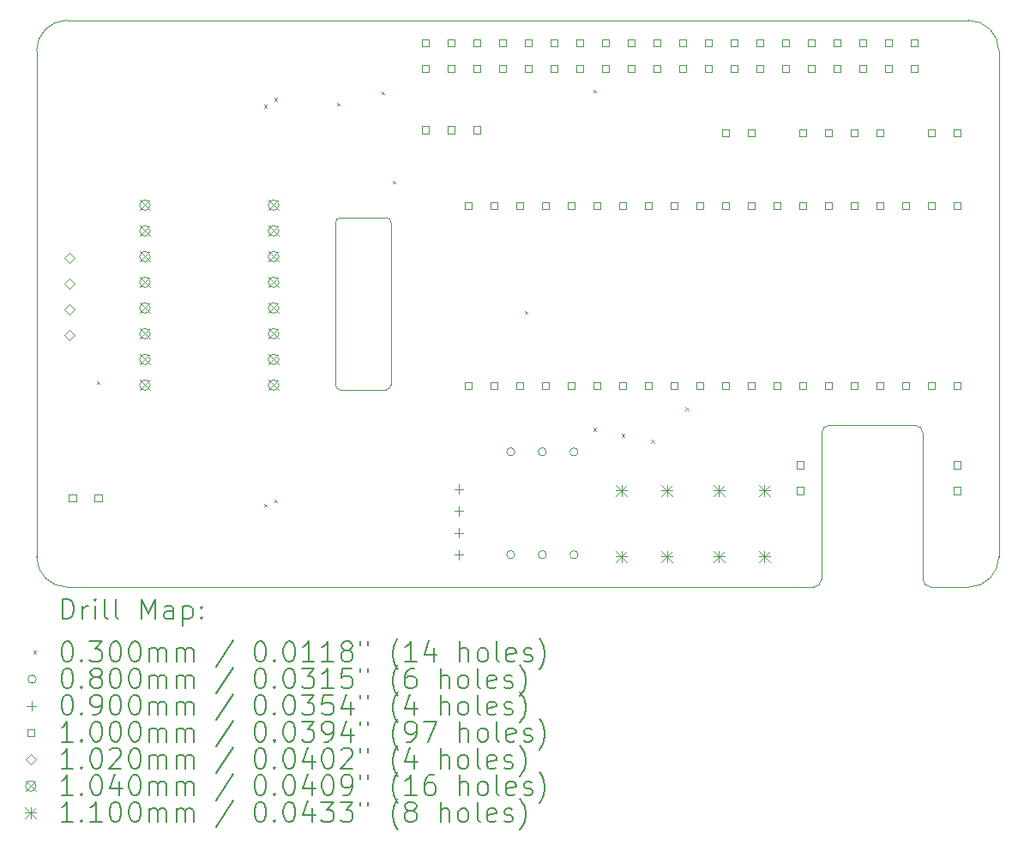
<source format=gbr>
%TF.GenerationSoftware,KiCad,Pcbnew,9.0.1-1.fc42*%
%TF.CreationDate,2025-05-14T23:42:57-05:00*%
%TF.ProjectId,cerebellum,63657265-6265-46c6-9c75-6d2e6b696361,rev?*%
%TF.SameCoordinates,Original*%
%TF.FileFunction,Drillmap*%
%TF.FilePolarity,Positive*%
%FSLAX45Y45*%
G04 Gerber Fmt 4.5, Leading zero omitted, Abs format (unit mm)*
G04 Created by KiCad (PCBNEW 9.0.1-1.fc42) date 2025-05-14 23:42:57*
%MOMM*%
%LPD*%
G01*
G04 APERTURE LIST*
%ADD10C,0.100000*%
%ADD11C,0.200000*%
%ADD12C,0.102000*%
%ADD13C,0.104000*%
%ADD14C,0.110000*%
G04 APERTURE END LIST*
D10*
X15830000Y-10000000D02*
G75*
G02*
X15750000Y-9920000I0J80000D01*
G01*
X16200000Y-4400000D02*
G75*
G02*
X16500000Y-4700000I0J-300000D01*
G01*
X16500000Y-9700000D02*
X16500000Y-4700000D01*
X14670000Y-10000000D02*
X7300000Y-10000000D01*
X15670000Y-8400000D02*
G75*
G02*
X15750000Y-8480000I0J-80000D01*
G01*
X14750000Y-9920000D02*
G75*
G02*
X14670000Y-10000000I-80000J0D01*
G01*
X7000000Y-4700000D02*
X7000000Y-9700000D01*
X10000000Y-8050000D02*
G75*
G02*
X9950000Y-8000000I0J50000D01*
G01*
X14750000Y-8480000D02*
X14750000Y-9920000D01*
X9950000Y-6400000D02*
X9950000Y-8000000D01*
X16200000Y-10000000D02*
X15830000Y-10000000D01*
X15750000Y-9920000D02*
X15750000Y-8480000D01*
X10450000Y-8050000D02*
X10000000Y-8050000D01*
X7000000Y-4700000D02*
G75*
G02*
X7300000Y-4400000I300000J0D01*
G01*
X16500000Y-9700000D02*
G75*
G02*
X16200000Y-10000000I-300000J0D01*
G01*
X10500000Y-6400000D02*
X10500000Y-8000000D01*
X9950000Y-6400000D02*
G75*
G02*
X10000000Y-6350000I50000J0D01*
G01*
X14750000Y-8480000D02*
G75*
G02*
X14830000Y-8400000I80000J0D01*
G01*
X7300000Y-10000000D02*
G75*
G02*
X7000000Y-9700000I0J300000D01*
G01*
X10000000Y-6350000D02*
X10450000Y-6350000D01*
X15670000Y-8400000D02*
X14830000Y-8400000D01*
X10500000Y-8000000D02*
G75*
G02*
X10450000Y-8050000I-50000J0D01*
G01*
X10450000Y-6350000D02*
G75*
G02*
X10500000Y-6400000I0J-50000D01*
G01*
X16200000Y-4400000D02*
X7300000Y-4400000D01*
D11*
D10*
X7595000Y-7965000D02*
X7625000Y-7995000D01*
X7625000Y-7965000D02*
X7595000Y-7995000D01*
X9245000Y-5235000D02*
X9275000Y-5265000D01*
X9275000Y-5235000D02*
X9245000Y-5265000D01*
X9245000Y-9175000D02*
X9275000Y-9205000D01*
X9275000Y-9175000D02*
X9245000Y-9205000D01*
X9345000Y-5165000D02*
X9375000Y-5195000D01*
X9375000Y-5165000D02*
X9345000Y-5195000D01*
X9345000Y-9135000D02*
X9375000Y-9165000D01*
X9375000Y-9135000D02*
X9345000Y-9165000D01*
X9965000Y-5212500D02*
X9995000Y-5242500D01*
X9995000Y-5212500D02*
X9965000Y-5242500D01*
X10405000Y-5105000D02*
X10435000Y-5135000D01*
X10435000Y-5105000D02*
X10405000Y-5135000D01*
X10515000Y-5985000D02*
X10545000Y-6015000D01*
X10545000Y-5985000D02*
X10515000Y-6015000D01*
X11817500Y-7270000D02*
X11847500Y-7300000D01*
X11847500Y-7270000D02*
X11817500Y-7300000D01*
X12495000Y-5085000D02*
X12525000Y-5115000D01*
X12525000Y-5085000D02*
X12495000Y-5115000D01*
X12495000Y-8425000D02*
X12525000Y-8455000D01*
X12525000Y-8425000D02*
X12495000Y-8455000D01*
X12775000Y-8485000D02*
X12805000Y-8515000D01*
X12805000Y-8485000D02*
X12775000Y-8515000D01*
X13065000Y-8545000D02*
X13095000Y-8575000D01*
X13095000Y-8545000D02*
X13065000Y-8575000D01*
X13405000Y-8225000D02*
X13435000Y-8255000D01*
X13435000Y-8225000D02*
X13405000Y-8255000D01*
X11720000Y-8664000D02*
G75*
G02*
X11640000Y-8664000I-40000J0D01*
G01*
X11640000Y-8664000D02*
G75*
G02*
X11720000Y-8664000I40000J0D01*
G01*
X11720000Y-9680000D02*
G75*
G02*
X11640000Y-9680000I-40000J0D01*
G01*
X11640000Y-9680000D02*
G75*
G02*
X11720000Y-9680000I40000J0D01*
G01*
X12032500Y-8664000D02*
G75*
G02*
X11952500Y-8664000I-40000J0D01*
G01*
X11952500Y-8664000D02*
G75*
G02*
X12032500Y-8664000I40000J0D01*
G01*
X12032500Y-9680000D02*
G75*
G02*
X11952500Y-9680000I-40000J0D01*
G01*
X11952500Y-9680000D02*
G75*
G02*
X12032500Y-9680000I40000J0D01*
G01*
X12345000Y-8664000D02*
G75*
G02*
X12265000Y-8664000I-40000J0D01*
G01*
X12265000Y-8664000D02*
G75*
G02*
X12345000Y-8664000I40000J0D01*
G01*
X12345000Y-9680000D02*
G75*
G02*
X12265000Y-9680000I-40000J0D01*
G01*
X12265000Y-9680000D02*
G75*
G02*
X12345000Y-9680000I40000J0D01*
G01*
X11170000Y-8987300D02*
X11170000Y-9077300D01*
X11125000Y-9032300D02*
X11215000Y-9032300D01*
X11170000Y-9203200D02*
X11170000Y-9293200D01*
X11125000Y-9248200D02*
X11215000Y-9248200D01*
X11170000Y-9419100D02*
X11170000Y-9509100D01*
X11125000Y-9464100D02*
X11215000Y-9464100D01*
X11170000Y-9635000D02*
X11170000Y-9725000D01*
X11125000Y-9680000D02*
X11215000Y-9680000D01*
X7388856Y-9156856D02*
X7388856Y-9086144D01*
X7318144Y-9086144D01*
X7318144Y-9156856D01*
X7388856Y-9156856D01*
X7642856Y-9156856D02*
X7642856Y-9086144D01*
X7572144Y-9086144D01*
X7572144Y-9156856D01*
X7642856Y-9156856D01*
X10872356Y-4658356D02*
X10872356Y-4587644D01*
X10801644Y-4587644D01*
X10801644Y-4658356D01*
X10872356Y-4658356D01*
X10872356Y-4912356D02*
X10872356Y-4841644D01*
X10801644Y-4841644D01*
X10801644Y-4912356D01*
X10872356Y-4912356D01*
X10872356Y-5517856D02*
X10872356Y-5447144D01*
X10801644Y-5447144D01*
X10801644Y-5517856D01*
X10872356Y-5517856D01*
X11126356Y-4658356D02*
X11126356Y-4587644D01*
X11055644Y-4587644D01*
X11055644Y-4658356D01*
X11126356Y-4658356D01*
X11126356Y-4912356D02*
X11126356Y-4841644D01*
X11055644Y-4841644D01*
X11055644Y-4912356D01*
X11126356Y-4912356D01*
X11126356Y-5517856D02*
X11126356Y-5447144D01*
X11055644Y-5447144D01*
X11055644Y-5517856D01*
X11126356Y-5517856D01*
X11296856Y-6265356D02*
X11296856Y-6194644D01*
X11226144Y-6194644D01*
X11226144Y-6265356D01*
X11296856Y-6265356D01*
X11296856Y-8043356D02*
X11296856Y-7972644D01*
X11226144Y-7972644D01*
X11226144Y-8043356D01*
X11296856Y-8043356D01*
X11380356Y-4658356D02*
X11380356Y-4587644D01*
X11309644Y-4587644D01*
X11309644Y-4658356D01*
X11380356Y-4658356D01*
X11380356Y-4912356D02*
X11380356Y-4841644D01*
X11309644Y-4841644D01*
X11309644Y-4912356D01*
X11380356Y-4912356D01*
X11380356Y-5517856D02*
X11380356Y-5447144D01*
X11309644Y-5447144D01*
X11309644Y-5517856D01*
X11380356Y-5517856D01*
X11550856Y-6265356D02*
X11550856Y-6194644D01*
X11480144Y-6194644D01*
X11480144Y-6265356D01*
X11550856Y-6265356D01*
X11550856Y-8043356D02*
X11550856Y-7972644D01*
X11480144Y-7972644D01*
X11480144Y-8043356D01*
X11550856Y-8043356D01*
X11634356Y-4658356D02*
X11634356Y-4587644D01*
X11563644Y-4587644D01*
X11563644Y-4658356D01*
X11634356Y-4658356D01*
X11634356Y-4912356D02*
X11634356Y-4841644D01*
X11563644Y-4841644D01*
X11563644Y-4912356D01*
X11634356Y-4912356D01*
X11804856Y-6265356D02*
X11804856Y-6194644D01*
X11734144Y-6194644D01*
X11734144Y-6265356D01*
X11804856Y-6265356D01*
X11804856Y-8043356D02*
X11804856Y-7972644D01*
X11734144Y-7972644D01*
X11734144Y-8043356D01*
X11804856Y-8043356D01*
X11888356Y-4658356D02*
X11888356Y-4587644D01*
X11817644Y-4587644D01*
X11817644Y-4658356D01*
X11888356Y-4658356D01*
X11888356Y-4912356D02*
X11888356Y-4841644D01*
X11817644Y-4841644D01*
X11817644Y-4912356D01*
X11888356Y-4912356D01*
X12058856Y-6265356D02*
X12058856Y-6194644D01*
X11988144Y-6194644D01*
X11988144Y-6265356D01*
X12058856Y-6265356D01*
X12058856Y-8043356D02*
X12058856Y-7972644D01*
X11988144Y-7972644D01*
X11988144Y-8043356D01*
X12058856Y-8043356D01*
X12142356Y-4658356D02*
X12142356Y-4587644D01*
X12071644Y-4587644D01*
X12071644Y-4658356D01*
X12142356Y-4658356D01*
X12142356Y-4912356D02*
X12142356Y-4841644D01*
X12071644Y-4841644D01*
X12071644Y-4912356D01*
X12142356Y-4912356D01*
X12312856Y-6265356D02*
X12312856Y-6194644D01*
X12242144Y-6194644D01*
X12242144Y-6265356D01*
X12312856Y-6265356D01*
X12312856Y-8043356D02*
X12312856Y-7972644D01*
X12242144Y-7972644D01*
X12242144Y-8043356D01*
X12312856Y-8043356D01*
X12396356Y-4658356D02*
X12396356Y-4587644D01*
X12325644Y-4587644D01*
X12325644Y-4658356D01*
X12396356Y-4658356D01*
X12396356Y-4912356D02*
X12396356Y-4841644D01*
X12325644Y-4841644D01*
X12325644Y-4912356D01*
X12396356Y-4912356D01*
X12566856Y-6265356D02*
X12566856Y-6194644D01*
X12496144Y-6194644D01*
X12496144Y-6265356D01*
X12566856Y-6265356D01*
X12566856Y-8043356D02*
X12566856Y-7972644D01*
X12496144Y-7972644D01*
X12496144Y-8043356D01*
X12566856Y-8043356D01*
X12650356Y-4658356D02*
X12650356Y-4587644D01*
X12579644Y-4587644D01*
X12579644Y-4658356D01*
X12650356Y-4658356D01*
X12650356Y-4912356D02*
X12650356Y-4841644D01*
X12579644Y-4841644D01*
X12579644Y-4912356D01*
X12650356Y-4912356D01*
X12820856Y-6265356D02*
X12820856Y-6194644D01*
X12750144Y-6194644D01*
X12750144Y-6265356D01*
X12820856Y-6265356D01*
X12820856Y-8043356D02*
X12820856Y-7972644D01*
X12750144Y-7972644D01*
X12750144Y-8043356D01*
X12820856Y-8043356D01*
X12904356Y-4658356D02*
X12904356Y-4587644D01*
X12833644Y-4587644D01*
X12833644Y-4658356D01*
X12904356Y-4658356D01*
X12904356Y-4912356D02*
X12904356Y-4841644D01*
X12833644Y-4841644D01*
X12833644Y-4912356D01*
X12904356Y-4912356D01*
X13074856Y-6265356D02*
X13074856Y-6194644D01*
X13004144Y-6194644D01*
X13004144Y-6265356D01*
X13074856Y-6265356D01*
X13074856Y-8043356D02*
X13074856Y-7972644D01*
X13004144Y-7972644D01*
X13004144Y-8043356D01*
X13074856Y-8043356D01*
X13158356Y-4658356D02*
X13158356Y-4587644D01*
X13087644Y-4587644D01*
X13087644Y-4658356D01*
X13158356Y-4658356D01*
X13158356Y-4912356D02*
X13158356Y-4841644D01*
X13087644Y-4841644D01*
X13087644Y-4912356D01*
X13158356Y-4912356D01*
X13328856Y-6265356D02*
X13328856Y-6194644D01*
X13258144Y-6194644D01*
X13258144Y-6265356D01*
X13328856Y-6265356D01*
X13328856Y-8043356D02*
X13328856Y-7972644D01*
X13258144Y-7972644D01*
X13258144Y-8043356D01*
X13328856Y-8043356D01*
X13412356Y-4658356D02*
X13412356Y-4587644D01*
X13341644Y-4587644D01*
X13341644Y-4658356D01*
X13412356Y-4658356D01*
X13412356Y-4912356D02*
X13412356Y-4841644D01*
X13341644Y-4841644D01*
X13341644Y-4912356D01*
X13412356Y-4912356D01*
X13582856Y-6265356D02*
X13582856Y-6194644D01*
X13512144Y-6194644D01*
X13512144Y-6265356D01*
X13582856Y-6265356D01*
X13582856Y-8043356D02*
X13582856Y-7972644D01*
X13512144Y-7972644D01*
X13512144Y-8043356D01*
X13582856Y-8043356D01*
X13666356Y-4658356D02*
X13666356Y-4587644D01*
X13595644Y-4587644D01*
X13595644Y-4658356D01*
X13666356Y-4658356D01*
X13666356Y-4912356D02*
X13666356Y-4841644D01*
X13595644Y-4841644D01*
X13595644Y-4912356D01*
X13666356Y-4912356D01*
X13836856Y-5545356D02*
X13836856Y-5474644D01*
X13766144Y-5474644D01*
X13766144Y-5545356D01*
X13836856Y-5545356D01*
X13836856Y-6265356D02*
X13836856Y-6194644D01*
X13766144Y-6194644D01*
X13766144Y-6265356D01*
X13836856Y-6265356D01*
X13836856Y-8043356D02*
X13836856Y-7972644D01*
X13766144Y-7972644D01*
X13766144Y-8043356D01*
X13836856Y-8043356D01*
X13920356Y-4658356D02*
X13920356Y-4587644D01*
X13849644Y-4587644D01*
X13849644Y-4658356D01*
X13920356Y-4658356D01*
X13920356Y-4912356D02*
X13920356Y-4841644D01*
X13849644Y-4841644D01*
X13849644Y-4912356D01*
X13920356Y-4912356D01*
X14090856Y-5545356D02*
X14090856Y-5474644D01*
X14020144Y-5474644D01*
X14020144Y-5545356D01*
X14090856Y-5545356D01*
X14090856Y-6265356D02*
X14090856Y-6194644D01*
X14020144Y-6194644D01*
X14020144Y-6265356D01*
X14090856Y-6265356D01*
X14090856Y-8043356D02*
X14090856Y-7972644D01*
X14020144Y-7972644D01*
X14020144Y-8043356D01*
X14090856Y-8043356D01*
X14174356Y-4658356D02*
X14174356Y-4587644D01*
X14103644Y-4587644D01*
X14103644Y-4658356D01*
X14174356Y-4658356D01*
X14174356Y-4912356D02*
X14174356Y-4841644D01*
X14103644Y-4841644D01*
X14103644Y-4912356D01*
X14174356Y-4912356D01*
X14344856Y-6265356D02*
X14344856Y-6194644D01*
X14274144Y-6194644D01*
X14274144Y-6265356D01*
X14344856Y-6265356D01*
X14344856Y-8043356D02*
X14344856Y-7972644D01*
X14274144Y-7972644D01*
X14274144Y-8043356D01*
X14344856Y-8043356D01*
X14428356Y-4658356D02*
X14428356Y-4587644D01*
X14357644Y-4587644D01*
X14357644Y-4658356D01*
X14428356Y-4658356D01*
X14428356Y-4912356D02*
X14428356Y-4841644D01*
X14357644Y-4841644D01*
X14357644Y-4912356D01*
X14428356Y-4912356D01*
X14572856Y-8827856D02*
X14572856Y-8757144D01*
X14502144Y-8757144D01*
X14502144Y-8827856D01*
X14572856Y-8827856D01*
X14572856Y-9081856D02*
X14572856Y-9011144D01*
X14502144Y-9011144D01*
X14502144Y-9081856D01*
X14572856Y-9081856D01*
X14598856Y-5545356D02*
X14598856Y-5474644D01*
X14528144Y-5474644D01*
X14528144Y-5545356D01*
X14598856Y-5545356D01*
X14598856Y-6265356D02*
X14598856Y-6194644D01*
X14528144Y-6194644D01*
X14528144Y-6265356D01*
X14598856Y-6265356D01*
X14598856Y-8043356D02*
X14598856Y-7972644D01*
X14528144Y-7972644D01*
X14528144Y-8043356D01*
X14598856Y-8043356D01*
X14682356Y-4658356D02*
X14682356Y-4587644D01*
X14611644Y-4587644D01*
X14611644Y-4658356D01*
X14682356Y-4658356D01*
X14682356Y-4912356D02*
X14682356Y-4841644D01*
X14611644Y-4841644D01*
X14611644Y-4912356D01*
X14682356Y-4912356D01*
X14852856Y-5545356D02*
X14852856Y-5474644D01*
X14782144Y-5474644D01*
X14782144Y-5545356D01*
X14852856Y-5545356D01*
X14852856Y-6265356D02*
X14852856Y-6194644D01*
X14782144Y-6194644D01*
X14782144Y-6265356D01*
X14852856Y-6265356D01*
X14852856Y-8043356D02*
X14852856Y-7972644D01*
X14782144Y-7972644D01*
X14782144Y-8043356D01*
X14852856Y-8043356D01*
X14936356Y-4658356D02*
X14936356Y-4587644D01*
X14865644Y-4587644D01*
X14865644Y-4658356D01*
X14936356Y-4658356D01*
X14936356Y-4912356D02*
X14936356Y-4841644D01*
X14865644Y-4841644D01*
X14865644Y-4912356D01*
X14936356Y-4912356D01*
X15106856Y-5545356D02*
X15106856Y-5474644D01*
X15036144Y-5474644D01*
X15036144Y-5545356D01*
X15106856Y-5545356D01*
X15106856Y-6265356D02*
X15106856Y-6194644D01*
X15036144Y-6194644D01*
X15036144Y-6265356D01*
X15106856Y-6265356D01*
X15106856Y-8043356D02*
X15106856Y-7972644D01*
X15036144Y-7972644D01*
X15036144Y-8043356D01*
X15106856Y-8043356D01*
X15190356Y-4658356D02*
X15190356Y-4587644D01*
X15119644Y-4587644D01*
X15119644Y-4658356D01*
X15190356Y-4658356D01*
X15190356Y-4912356D02*
X15190356Y-4841644D01*
X15119644Y-4841644D01*
X15119644Y-4912356D01*
X15190356Y-4912356D01*
X15360856Y-5545356D02*
X15360856Y-5474644D01*
X15290144Y-5474644D01*
X15290144Y-5545356D01*
X15360856Y-5545356D01*
X15360856Y-6265356D02*
X15360856Y-6194644D01*
X15290144Y-6194644D01*
X15290144Y-6265356D01*
X15360856Y-6265356D01*
X15360856Y-8043356D02*
X15360856Y-7972644D01*
X15290144Y-7972644D01*
X15290144Y-8043356D01*
X15360856Y-8043356D01*
X15444356Y-4658356D02*
X15444356Y-4587644D01*
X15373644Y-4587644D01*
X15373644Y-4658356D01*
X15444356Y-4658356D01*
X15444356Y-4912356D02*
X15444356Y-4841644D01*
X15373644Y-4841644D01*
X15373644Y-4912356D01*
X15444356Y-4912356D01*
X15614856Y-6265356D02*
X15614856Y-6194644D01*
X15544144Y-6194644D01*
X15544144Y-6265356D01*
X15614856Y-6265356D01*
X15614856Y-8043356D02*
X15614856Y-7972644D01*
X15544144Y-7972644D01*
X15544144Y-8043356D01*
X15614856Y-8043356D01*
X15698356Y-4658356D02*
X15698356Y-4587644D01*
X15627644Y-4587644D01*
X15627644Y-4658356D01*
X15698356Y-4658356D01*
X15698356Y-4912356D02*
X15698356Y-4841644D01*
X15627644Y-4841644D01*
X15627644Y-4912356D01*
X15698356Y-4912356D01*
X15868856Y-5545356D02*
X15868856Y-5474644D01*
X15798144Y-5474644D01*
X15798144Y-5545356D01*
X15868856Y-5545356D01*
X15868856Y-6265356D02*
X15868856Y-6194644D01*
X15798144Y-6194644D01*
X15798144Y-6265356D01*
X15868856Y-6265356D01*
X15868856Y-8043356D02*
X15868856Y-7972644D01*
X15798144Y-7972644D01*
X15798144Y-8043356D01*
X15868856Y-8043356D01*
X16122856Y-5545356D02*
X16122856Y-5474644D01*
X16052144Y-5474644D01*
X16052144Y-5545356D01*
X16122856Y-5545356D01*
X16122856Y-6265356D02*
X16122856Y-6194644D01*
X16052144Y-6194644D01*
X16052144Y-6265356D01*
X16122856Y-6265356D01*
X16122856Y-8043356D02*
X16122856Y-7972644D01*
X16052144Y-7972644D01*
X16052144Y-8043356D01*
X16122856Y-8043356D01*
X16125356Y-8827856D02*
X16125356Y-8757144D01*
X16054644Y-8757144D01*
X16054644Y-8827856D01*
X16125356Y-8827856D01*
X16125356Y-9081856D02*
X16125356Y-9011144D01*
X16054644Y-9011144D01*
X16054644Y-9081856D01*
X16125356Y-9081856D01*
D12*
X7325000Y-6796500D02*
X7376000Y-6745500D01*
X7325000Y-6694500D01*
X7274000Y-6745500D01*
X7325000Y-6796500D01*
X7325000Y-7050500D02*
X7376000Y-6999500D01*
X7325000Y-6948500D01*
X7274000Y-6999500D01*
X7325000Y-7050500D01*
X7325000Y-7304500D02*
X7376000Y-7253500D01*
X7325000Y-7202500D01*
X7274000Y-7253500D01*
X7325000Y-7304500D01*
X7325000Y-7558500D02*
X7376000Y-7507500D01*
X7325000Y-7456500D01*
X7274000Y-7507500D01*
X7325000Y-7558500D01*
D13*
X8018000Y-6174000D02*
X8122000Y-6278000D01*
X8122000Y-6174000D02*
X8018000Y-6278000D01*
X8122000Y-6226000D02*
G75*
G02*
X8018000Y-6226000I-52000J0D01*
G01*
X8018000Y-6226000D02*
G75*
G02*
X8122000Y-6226000I52000J0D01*
G01*
X8018000Y-6428000D02*
X8122000Y-6532000D01*
X8122000Y-6428000D02*
X8018000Y-6532000D01*
X8122000Y-6480000D02*
G75*
G02*
X8018000Y-6480000I-52000J0D01*
G01*
X8018000Y-6480000D02*
G75*
G02*
X8122000Y-6480000I52000J0D01*
G01*
X8018000Y-6682000D02*
X8122000Y-6786000D01*
X8122000Y-6682000D02*
X8018000Y-6786000D01*
X8122000Y-6734000D02*
G75*
G02*
X8018000Y-6734000I-52000J0D01*
G01*
X8018000Y-6734000D02*
G75*
G02*
X8122000Y-6734000I52000J0D01*
G01*
X8018000Y-6936000D02*
X8122000Y-7040000D01*
X8122000Y-6936000D02*
X8018000Y-7040000D01*
X8122000Y-6988000D02*
G75*
G02*
X8018000Y-6988000I-52000J0D01*
G01*
X8018000Y-6988000D02*
G75*
G02*
X8122000Y-6988000I52000J0D01*
G01*
X8018000Y-7190000D02*
X8122000Y-7294000D01*
X8122000Y-7190000D02*
X8018000Y-7294000D01*
X8122000Y-7242000D02*
G75*
G02*
X8018000Y-7242000I-52000J0D01*
G01*
X8018000Y-7242000D02*
G75*
G02*
X8122000Y-7242000I52000J0D01*
G01*
X8018000Y-7444000D02*
X8122000Y-7548000D01*
X8122000Y-7444000D02*
X8018000Y-7548000D01*
X8122000Y-7496000D02*
G75*
G02*
X8018000Y-7496000I-52000J0D01*
G01*
X8018000Y-7496000D02*
G75*
G02*
X8122000Y-7496000I52000J0D01*
G01*
X8018000Y-7698000D02*
X8122000Y-7802000D01*
X8122000Y-7698000D02*
X8018000Y-7802000D01*
X8122000Y-7750000D02*
G75*
G02*
X8018000Y-7750000I-52000J0D01*
G01*
X8018000Y-7750000D02*
G75*
G02*
X8122000Y-7750000I52000J0D01*
G01*
X8018000Y-7952000D02*
X8122000Y-8056000D01*
X8122000Y-7952000D02*
X8018000Y-8056000D01*
X8122000Y-8004000D02*
G75*
G02*
X8018000Y-8004000I-52000J0D01*
G01*
X8018000Y-8004000D02*
G75*
G02*
X8122000Y-8004000I52000J0D01*
G01*
X9288000Y-6174000D02*
X9392000Y-6278000D01*
X9392000Y-6174000D02*
X9288000Y-6278000D01*
X9392000Y-6226000D02*
G75*
G02*
X9288000Y-6226000I-52000J0D01*
G01*
X9288000Y-6226000D02*
G75*
G02*
X9392000Y-6226000I52000J0D01*
G01*
X9288000Y-6428000D02*
X9392000Y-6532000D01*
X9392000Y-6428000D02*
X9288000Y-6532000D01*
X9392000Y-6480000D02*
G75*
G02*
X9288000Y-6480000I-52000J0D01*
G01*
X9288000Y-6480000D02*
G75*
G02*
X9392000Y-6480000I52000J0D01*
G01*
X9288000Y-6682000D02*
X9392000Y-6786000D01*
X9392000Y-6682000D02*
X9288000Y-6786000D01*
X9392000Y-6734000D02*
G75*
G02*
X9288000Y-6734000I-52000J0D01*
G01*
X9288000Y-6734000D02*
G75*
G02*
X9392000Y-6734000I52000J0D01*
G01*
X9288000Y-6936000D02*
X9392000Y-7040000D01*
X9392000Y-6936000D02*
X9288000Y-7040000D01*
X9392000Y-6988000D02*
G75*
G02*
X9288000Y-6988000I-52000J0D01*
G01*
X9288000Y-6988000D02*
G75*
G02*
X9392000Y-6988000I52000J0D01*
G01*
X9288000Y-7190000D02*
X9392000Y-7294000D01*
X9392000Y-7190000D02*
X9288000Y-7294000D01*
X9392000Y-7242000D02*
G75*
G02*
X9288000Y-7242000I-52000J0D01*
G01*
X9288000Y-7242000D02*
G75*
G02*
X9392000Y-7242000I52000J0D01*
G01*
X9288000Y-7444000D02*
X9392000Y-7548000D01*
X9392000Y-7444000D02*
X9288000Y-7548000D01*
X9392000Y-7496000D02*
G75*
G02*
X9288000Y-7496000I-52000J0D01*
G01*
X9288000Y-7496000D02*
G75*
G02*
X9392000Y-7496000I52000J0D01*
G01*
X9288000Y-7698000D02*
X9392000Y-7802000D01*
X9392000Y-7698000D02*
X9288000Y-7802000D01*
X9392000Y-7750000D02*
G75*
G02*
X9288000Y-7750000I-52000J0D01*
G01*
X9288000Y-7750000D02*
G75*
G02*
X9392000Y-7750000I52000J0D01*
G01*
X9288000Y-7952000D02*
X9392000Y-8056000D01*
X9392000Y-7952000D02*
X9288000Y-8056000D01*
X9392000Y-8004000D02*
G75*
G02*
X9288000Y-8004000I-52000J0D01*
G01*
X9288000Y-8004000D02*
G75*
G02*
X9392000Y-8004000I52000J0D01*
G01*
D14*
X12720000Y-8990000D02*
X12830000Y-9100000D01*
X12830000Y-8990000D02*
X12720000Y-9100000D01*
X12775000Y-8990000D02*
X12775000Y-9100000D01*
X12720000Y-9045000D02*
X12830000Y-9045000D01*
X12720000Y-9640000D02*
X12830000Y-9750000D01*
X12830000Y-9640000D02*
X12720000Y-9750000D01*
X12775000Y-9640000D02*
X12775000Y-9750000D01*
X12720000Y-9695000D02*
X12830000Y-9695000D01*
X13170000Y-8990000D02*
X13280000Y-9100000D01*
X13280000Y-8990000D02*
X13170000Y-9100000D01*
X13225000Y-8990000D02*
X13225000Y-9100000D01*
X13170000Y-9045000D02*
X13280000Y-9045000D01*
X13170000Y-9640000D02*
X13280000Y-9750000D01*
X13280000Y-9640000D02*
X13170000Y-9750000D01*
X13225000Y-9640000D02*
X13225000Y-9750000D01*
X13170000Y-9695000D02*
X13280000Y-9695000D01*
X13680000Y-8990000D02*
X13790000Y-9100000D01*
X13790000Y-8990000D02*
X13680000Y-9100000D01*
X13735000Y-8990000D02*
X13735000Y-9100000D01*
X13680000Y-9045000D02*
X13790000Y-9045000D01*
X13680000Y-9640000D02*
X13790000Y-9750000D01*
X13790000Y-9640000D02*
X13680000Y-9750000D01*
X13735000Y-9640000D02*
X13735000Y-9750000D01*
X13680000Y-9695000D02*
X13790000Y-9695000D01*
X14130000Y-8990000D02*
X14240000Y-9100000D01*
X14240000Y-8990000D02*
X14130000Y-9100000D01*
X14185000Y-8990000D02*
X14185000Y-9100000D01*
X14130000Y-9045000D02*
X14240000Y-9045000D01*
X14130000Y-9640000D02*
X14240000Y-9750000D01*
X14240000Y-9640000D02*
X14130000Y-9750000D01*
X14185000Y-9640000D02*
X14185000Y-9750000D01*
X14130000Y-9695000D02*
X14240000Y-9695000D01*
D11*
X7255777Y-10316484D02*
X7255777Y-10116484D01*
X7255777Y-10116484D02*
X7303396Y-10116484D01*
X7303396Y-10116484D02*
X7331967Y-10126008D01*
X7331967Y-10126008D02*
X7351015Y-10145055D01*
X7351015Y-10145055D02*
X7360539Y-10164103D01*
X7360539Y-10164103D02*
X7370062Y-10202198D01*
X7370062Y-10202198D02*
X7370062Y-10230770D01*
X7370062Y-10230770D02*
X7360539Y-10268865D01*
X7360539Y-10268865D02*
X7351015Y-10287912D01*
X7351015Y-10287912D02*
X7331967Y-10306960D01*
X7331967Y-10306960D02*
X7303396Y-10316484D01*
X7303396Y-10316484D02*
X7255777Y-10316484D01*
X7455777Y-10316484D02*
X7455777Y-10183150D01*
X7455777Y-10221246D02*
X7465301Y-10202198D01*
X7465301Y-10202198D02*
X7474824Y-10192674D01*
X7474824Y-10192674D02*
X7493872Y-10183150D01*
X7493872Y-10183150D02*
X7512920Y-10183150D01*
X7579586Y-10316484D02*
X7579586Y-10183150D01*
X7579586Y-10116484D02*
X7570062Y-10126008D01*
X7570062Y-10126008D02*
X7579586Y-10135531D01*
X7579586Y-10135531D02*
X7589110Y-10126008D01*
X7589110Y-10126008D02*
X7579586Y-10116484D01*
X7579586Y-10116484D02*
X7579586Y-10135531D01*
X7703396Y-10316484D02*
X7684348Y-10306960D01*
X7684348Y-10306960D02*
X7674824Y-10287912D01*
X7674824Y-10287912D02*
X7674824Y-10116484D01*
X7808158Y-10316484D02*
X7789110Y-10306960D01*
X7789110Y-10306960D02*
X7779586Y-10287912D01*
X7779586Y-10287912D02*
X7779586Y-10116484D01*
X8036729Y-10316484D02*
X8036729Y-10116484D01*
X8036729Y-10116484D02*
X8103396Y-10259341D01*
X8103396Y-10259341D02*
X8170062Y-10116484D01*
X8170062Y-10116484D02*
X8170062Y-10316484D01*
X8351015Y-10316484D02*
X8351015Y-10211722D01*
X8351015Y-10211722D02*
X8341491Y-10192674D01*
X8341491Y-10192674D02*
X8322443Y-10183150D01*
X8322443Y-10183150D02*
X8284348Y-10183150D01*
X8284348Y-10183150D02*
X8265301Y-10192674D01*
X8351015Y-10306960D02*
X8331967Y-10316484D01*
X8331967Y-10316484D02*
X8284348Y-10316484D01*
X8284348Y-10316484D02*
X8265301Y-10306960D01*
X8265301Y-10306960D02*
X8255777Y-10287912D01*
X8255777Y-10287912D02*
X8255777Y-10268865D01*
X8255777Y-10268865D02*
X8265301Y-10249817D01*
X8265301Y-10249817D02*
X8284348Y-10240293D01*
X8284348Y-10240293D02*
X8331967Y-10240293D01*
X8331967Y-10240293D02*
X8351015Y-10230770D01*
X8446253Y-10183150D02*
X8446253Y-10383150D01*
X8446253Y-10192674D02*
X8465301Y-10183150D01*
X8465301Y-10183150D02*
X8503396Y-10183150D01*
X8503396Y-10183150D02*
X8522444Y-10192674D01*
X8522444Y-10192674D02*
X8531967Y-10202198D01*
X8531967Y-10202198D02*
X8541491Y-10221246D01*
X8541491Y-10221246D02*
X8541491Y-10278389D01*
X8541491Y-10278389D02*
X8531967Y-10297436D01*
X8531967Y-10297436D02*
X8522444Y-10306960D01*
X8522444Y-10306960D02*
X8503396Y-10316484D01*
X8503396Y-10316484D02*
X8465301Y-10316484D01*
X8465301Y-10316484D02*
X8446253Y-10306960D01*
X8627205Y-10297436D02*
X8636729Y-10306960D01*
X8636729Y-10306960D02*
X8627205Y-10316484D01*
X8627205Y-10316484D02*
X8617682Y-10306960D01*
X8617682Y-10306960D02*
X8627205Y-10297436D01*
X8627205Y-10297436D02*
X8627205Y-10316484D01*
X8627205Y-10192674D02*
X8636729Y-10202198D01*
X8636729Y-10202198D02*
X8627205Y-10211722D01*
X8627205Y-10211722D02*
X8617682Y-10202198D01*
X8617682Y-10202198D02*
X8627205Y-10192674D01*
X8627205Y-10192674D02*
X8627205Y-10211722D01*
D10*
X6965000Y-10630000D02*
X6995000Y-10660000D01*
X6995000Y-10630000D02*
X6965000Y-10660000D01*
D11*
X7293872Y-10536484D02*
X7312920Y-10536484D01*
X7312920Y-10536484D02*
X7331967Y-10546008D01*
X7331967Y-10546008D02*
X7341491Y-10555531D01*
X7341491Y-10555531D02*
X7351015Y-10574579D01*
X7351015Y-10574579D02*
X7360539Y-10612674D01*
X7360539Y-10612674D02*
X7360539Y-10660293D01*
X7360539Y-10660293D02*
X7351015Y-10698389D01*
X7351015Y-10698389D02*
X7341491Y-10717436D01*
X7341491Y-10717436D02*
X7331967Y-10726960D01*
X7331967Y-10726960D02*
X7312920Y-10736484D01*
X7312920Y-10736484D02*
X7293872Y-10736484D01*
X7293872Y-10736484D02*
X7274824Y-10726960D01*
X7274824Y-10726960D02*
X7265301Y-10717436D01*
X7265301Y-10717436D02*
X7255777Y-10698389D01*
X7255777Y-10698389D02*
X7246253Y-10660293D01*
X7246253Y-10660293D02*
X7246253Y-10612674D01*
X7246253Y-10612674D02*
X7255777Y-10574579D01*
X7255777Y-10574579D02*
X7265301Y-10555531D01*
X7265301Y-10555531D02*
X7274824Y-10546008D01*
X7274824Y-10546008D02*
X7293872Y-10536484D01*
X7446253Y-10717436D02*
X7455777Y-10726960D01*
X7455777Y-10726960D02*
X7446253Y-10736484D01*
X7446253Y-10736484D02*
X7436729Y-10726960D01*
X7436729Y-10726960D02*
X7446253Y-10717436D01*
X7446253Y-10717436D02*
X7446253Y-10736484D01*
X7522443Y-10536484D02*
X7646253Y-10536484D01*
X7646253Y-10536484D02*
X7579586Y-10612674D01*
X7579586Y-10612674D02*
X7608158Y-10612674D01*
X7608158Y-10612674D02*
X7627205Y-10622198D01*
X7627205Y-10622198D02*
X7636729Y-10631722D01*
X7636729Y-10631722D02*
X7646253Y-10650770D01*
X7646253Y-10650770D02*
X7646253Y-10698389D01*
X7646253Y-10698389D02*
X7636729Y-10717436D01*
X7636729Y-10717436D02*
X7627205Y-10726960D01*
X7627205Y-10726960D02*
X7608158Y-10736484D01*
X7608158Y-10736484D02*
X7551015Y-10736484D01*
X7551015Y-10736484D02*
X7531967Y-10726960D01*
X7531967Y-10726960D02*
X7522443Y-10717436D01*
X7770062Y-10536484D02*
X7789110Y-10536484D01*
X7789110Y-10536484D02*
X7808158Y-10546008D01*
X7808158Y-10546008D02*
X7817682Y-10555531D01*
X7817682Y-10555531D02*
X7827205Y-10574579D01*
X7827205Y-10574579D02*
X7836729Y-10612674D01*
X7836729Y-10612674D02*
X7836729Y-10660293D01*
X7836729Y-10660293D02*
X7827205Y-10698389D01*
X7827205Y-10698389D02*
X7817682Y-10717436D01*
X7817682Y-10717436D02*
X7808158Y-10726960D01*
X7808158Y-10726960D02*
X7789110Y-10736484D01*
X7789110Y-10736484D02*
X7770062Y-10736484D01*
X7770062Y-10736484D02*
X7751015Y-10726960D01*
X7751015Y-10726960D02*
X7741491Y-10717436D01*
X7741491Y-10717436D02*
X7731967Y-10698389D01*
X7731967Y-10698389D02*
X7722443Y-10660293D01*
X7722443Y-10660293D02*
X7722443Y-10612674D01*
X7722443Y-10612674D02*
X7731967Y-10574579D01*
X7731967Y-10574579D02*
X7741491Y-10555531D01*
X7741491Y-10555531D02*
X7751015Y-10546008D01*
X7751015Y-10546008D02*
X7770062Y-10536484D01*
X7960539Y-10536484D02*
X7979586Y-10536484D01*
X7979586Y-10536484D02*
X7998634Y-10546008D01*
X7998634Y-10546008D02*
X8008158Y-10555531D01*
X8008158Y-10555531D02*
X8017682Y-10574579D01*
X8017682Y-10574579D02*
X8027205Y-10612674D01*
X8027205Y-10612674D02*
X8027205Y-10660293D01*
X8027205Y-10660293D02*
X8017682Y-10698389D01*
X8017682Y-10698389D02*
X8008158Y-10717436D01*
X8008158Y-10717436D02*
X7998634Y-10726960D01*
X7998634Y-10726960D02*
X7979586Y-10736484D01*
X7979586Y-10736484D02*
X7960539Y-10736484D01*
X7960539Y-10736484D02*
X7941491Y-10726960D01*
X7941491Y-10726960D02*
X7931967Y-10717436D01*
X7931967Y-10717436D02*
X7922443Y-10698389D01*
X7922443Y-10698389D02*
X7912920Y-10660293D01*
X7912920Y-10660293D02*
X7912920Y-10612674D01*
X7912920Y-10612674D02*
X7922443Y-10574579D01*
X7922443Y-10574579D02*
X7931967Y-10555531D01*
X7931967Y-10555531D02*
X7941491Y-10546008D01*
X7941491Y-10546008D02*
X7960539Y-10536484D01*
X8112920Y-10736484D02*
X8112920Y-10603150D01*
X8112920Y-10622198D02*
X8122443Y-10612674D01*
X8122443Y-10612674D02*
X8141491Y-10603150D01*
X8141491Y-10603150D02*
X8170063Y-10603150D01*
X8170063Y-10603150D02*
X8189110Y-10612674D01*
X8189110Y-10612674D02*
X8198634Y-10631722D01*
X8198634Y-10631722D02*
X8198634Y-10736484D01*
X8198634Y-10631722D02*
X8208158Y-10612674D01*
X8208158Y-10612674D02*
X8227205Y-10603150D01*
X8227205Y-10603150D02*
X8255777Y-10603150D01*
X8255777Y-10603150D02*
X8274824Y-10612674D01*
X8274824Y-10612674D02*
X8284348Y-10631722D01*
X8284348Y-10631722D02*
X8284348Y-10736484D01*
X8379586Y-10736484D02*
X8379586Y-10603150D01*
X8379586Y-10622198D02*
X8389110Y-10612674D01*
X8389110Y-10612674D02*
X8408158Y-10603150D01*
X8408158Y-10603150D02*
X8436729Y-10603150D01*
X8436729Y-10603150D02*
X8455777Y-10612674D01*
X8455777Y-10612674D02*
X8465301Y-10631722D01*
X8465301Y-10631722D02*
X8465301Y-10736484D01*
X8465301Y-10631722D02*
X8474825Y-10612674D01*
X8474825Y-10612674D02*
X8493872Y-10603150D01*
X8493872Y-10603150D02*
X8522444Y-10603150D01*
X8522444Y-10603150D02*
X8541491Y-10612674D01*
X8541491Y-10612674D02*
X8551015Y-10631722D01*
X8551015Y-10631722D02*
X8551015Y-10736484D01*
X8941491Y-10526960D02*
X8770063Y-10784103D01*
X9198634Y-10536484D02*
X9217682Y-10536484D01*
X9217682Y-10536484D02*
X9236729Y-10546008D01*
X9236729Y-10546008D02*
X9246253Y-10555531D01*
X9246253Y-10555531D02*
X9255777Y-10574579D01*
X9255777Y-10574579D02*
X9265301Y-10612674D01*
X9265301Y-10612674D02*
X9265301Y-10660293D01*
X9265301Y-10660293D02*
X9255777Y-10698389D01*
X9255777Y-10698389D02*
X9246253Y-10717436D01*
X9246253Y-10717436D02*
X9236729Y-10726960D01*
X9236729Y-10726960D02*
X9217682Y-10736484D01*
X9217682Y-10736484D02*
X9198634Y-10736484D01*
X9198634Y-10736484D02*
X9179587Y-10726960D01*
X9179587Y-10726960D02*
X9170063Y-10717436D01*
X9170063Y-10717436D02*
X9160539Y-10698389D01*
X9160539Y-10698389D02*
X9151015Y-10660293D01*
X9151015Y-10660293D02*
X9151015Y-10612674D01*
X9151015Y-10612674D02*
X9160539Y-10574579D01*
X9160539Y-10574579D02*
X9170063Y-10555531D01*
X9170063Y-10555531D02*
X9179587Y-10546008D01*
X9179587Y-10546008D02*
X9198634Y-10536484D01*
X9351015Y-10717436D02*
X9360539Y-10726960D01*
X9360539Y-10726960D02*
X9351015Y-10736484D01*
X9351015Y-10736484D02*
X9341491Y-10726960D01*
X9341491Y-10726960D02*
X9351015Y-10717436D01*
X9351015Y-10717436D02*
X9351015Y-10736484D01*
X9484348Y-10536484D02*
X9503396Y-10536484D01*
X9503396Y-10536484D02*
X9522444Y-10546008D01*
X9522444Y-10546008D02*
X9531968Y-10555531D01*
X9531968Y-10555531D02*
X9541491Y-10574579D01*
X9541491Y-10574579D02*
X9551015Y-10612674D01*
X9551015Y-10612674D02*
X9551015Y-10660293D01*
X9551015Y-10660293D02*
X9541491Y-10698389D01*
X9541491Y-10698389D02*
X9531968Y-10717436D01*
X9531968Y-10717436D02*
X9522444Y-10726960D01*
X9522444Y-10726960D02*
X9503396Y-10736484D01*
X9503396Y-10736484D02*
X9484348Y-10736484D01*
X9484348Y-10736484D02*
X9465301Y-10726960D01*
X9465301Y-10726960D02*
X9455777Y-10717436D01*
X9455777Y-10717436D02*
X9446253Y-10698389D01*
X9446253Y-10698389D02*
X9436729Y-10660293D01*
X9436729Y-10660293D02*
X9436729Y-10612674D01*
X9436729Y-10612674D02*
X9446253Y-10574579D01*
X9446253Y-10574579D02*
X9455777Y-10555531D01*
X9455777Y-10555531D02*
X9465301Y-10546008D01*
X9465301Y-10546008D02*
X9484348Y-10536484D01*
X9741491Y-10736484D02*
X9627206Y-10736484D01*
X9684348Y-10736484D02*
X9684348Y-10536484D01*
X9684348Y-10536484D02*
X9665301Y-10565055D01*
X9665301Y-10565055D02*
X9646253Y-10584103D01*
X9646253Y-10584103D02*
X9627206Y-10593627D01*
X9931968Y-10736484D02*
X9817682Y-10736484D01*
X9874825Y-10736484D02*
X9874825Y-10536484D01*
X9874825Y-10536484D02*
X9855777Y-10565055D01*
X9855777Y-10565055D02*
X9836729Y-10584103D01*
X9836729Y-10584103D02*
X9817682Y-10593627D01*
X10046253Y-10622198D02*
X10027206Y-10612674D01*
X10027206Y-10612674D02*
X10017682Y-10603150D01*
X10017682Y-10603150D02*
X10008158Y-10584103D01*
X10008158Y-10584103D02*
X10008158Y-10574579D01*
X10008158Y-10574579D02*
X10017682Y-10555531D01*
X10017682Y-10555531D02*
X10027206Y-10546008D01*
X10027206Y-10546008D02*
X10046253Y-10536484D01*
X10046253Y-10536484D02*
X10084349Y-10536484D01*
X10084349Y-10536484D02*
X10103396Y-10546008D01*
X10103396Y-10546008D02*
X10112920Y-10555531D01*
X10112920Y-10555531D02*
X10122444Y-10574579D01*
X10122444Y-10574579D02*
X10122444Y-10584103D01*
X10122444Y-10584103D02*
X10112920Y-10603150D01*
X10112920Y-10603150D02*
X10103396Y-10612674D01*
X10103396Y-10612674D02*
X10084349Y-10622198D01*
X10084349Y-10622198D02*
X10046253Y-10622198D01*
X10046253Y-10622198D02*
X10027206Y-10631722D01*
X10027206Y-10631722D02*
X10017682Y-10641246D01*
X10017682Y-10641246D02*
X10008158Y-10660293D01*
X10008158Y-10660293D02*
X10008158Y-10698389D01*
X10008158Y-10698389D02*
X10017682Y-10717436D01*
X10017682Y-10717436D02*
X10027206Y-10726960D01*
X10027206Y-10726960D02*
X10046253Y-10736484D01*
X10046253Y-10736484D02*
X10084349Y-10736484D01*
X10084349Y-10736484D02*
X10103396Y-10726960D01*
X10103396Y-10726960D02*
X10112920Y-10717436D01*
X10112920Y-10717436D02*
X10122444Y-10698389D01*
X10122444Y-10698389D02*
X10122444Y-10660293D01*
X10122444Y-10660293D02*
X10112920Y-10641246D01*
X10112920Y-10641246D02*
X10103396Y-10631722D01*
X10103396Y-10631722D02*
X10084349Y-10622198D01*
X10198634Y-10536484D02*
X10198634Y-10574579D01*
X10274825Y-10536484D02*
X10274825Y-10574579D01*
X10570063Y-10812674D02*
X10560539Y-10803150D01*
X10560539Y-10803150D02*
X10541491Y-10774579D01*
X10541491Y-10774579D02*
X10531968Y-10755531D01*
X10531968Y-10755531D02*
X10522444Y-10726960D01*
X10522444Y-10726960D02*
X10512920Y-10679341D01*
X10512920Y-10679341D02*
X10512920Y-10641246D01*
X10512920Y-10641246D02*
X10522444Y-10593627D01*
X10522444Y-10593627D02*
X10531968Y-10565055D01*
X10531968Y-10565055D02*
X10541491Y-10546008D01*
X10541491Y-10546008D02*
X10560539Y-10517436D01*
X10560539Y-10517436D02*
X10570063Y-10507912D01*
X10751015Y-10736484D02*
X10636730Y-10736484D01*
X10693872Y-10736484D02*
X10693872Y-10536484D01*
X10693872Y-10536484D02*
X10674825Y-10565055D01*
X10674825Y-10565055D02*
X10655777Y-10584103D01*
X10655777Y-10584103D02*
X10636730Y-10593627D01*
X10922444Y-10603150D02*
X10922444Y-10736484D01*
X10874825Y-10526960D02*
X10827206Y-10669817D01*
X10827206Y-10669817D02*
X10951015Y-10669817D01*
X11179587Y-10736484D02*
X11179587Y-10536484D01*
X11265301Y-10736484D02*
X11265301Y-10631722D01*
X11265301Y-10631722D02*
X11255777Y-10612674D01*
X11255777Y-10612674D02*
X11236730Y-10603150D01*
X11236730Y-10603150D02*
X11208158Y-10603150D01*
X11208158Y-10603150D02*
X11189110Y-10612674D01*
X11189110Y-10612674D02*
X11179587Y-10622198D01*
X11389110Y-10736484D02*
X11370063Y-10726960D01*
X11370063Y-10726960D02*
X11360539Y-10717436D01*
X11360539Y-10717436D02*
X11351015Y-10698389D01*
X11351015Y-10698389D02*
X11351015Y-10641246D01*
X11351015Y-10641246D02*
X11360539Y-10622198D01*
X11360539Y-10622198D02*
X11370063Y-10612674D01*
X11370063Y-10612674D02*
X11389110Y-10603150D01*
X11389110Y-10603150D02*
X11417682Y-10603150D01*
X11417682Y-10603150D02*
X11436730Y-10612674D01*
X11436730Y-10612674D02*
X11446253Y-10622198D01*
X11446253Y-10622198D02*
X11455777Y-10641246D01*
X11455777Y-10641246D02*
X11455777Y-10698389D01*
X11455777Y-10698389D02*
X11446253Y-10717436D01*
X11446253Y-10717436D02*
X11436730Y-10726960D01*
X11436730Y-10726960D02*
X11417682Y-10736484D01*
X11417682Y-10736484D02*
X11389110Y-10736484D01*
X11570063Y-10736484D02*
X11551015Y-10726960D01*
X11551015Y-10726960D02*
X11541491Y-10707912D01*
X11541491Y-10707912D02*
X11541491Y-10536484D01*
X11722444Y-10726960D02*
X11703396Y-10736484D01*
X11703396Y-10736484D02*
X11665301Y-10736484D01*
X11665301Y-10736484D02*
X11646253Y-10726960D01*
X11646253Y-10726960D02*
X11636730Y-10707912D01*
X11636730Y-10707912D02*
X11636730Y-10631722D01*
X11636730Y-10631722D02*
X11646253Y-10612674D01*
X11646253Y-10612674D02*
X11665301Y-10603150D01*
X11665301Y-10603150D02*
X11703396Y-10603150D01*
X11703396Y-10603150D02*
X11722444Y-10612674D01*
X11722444Y-10612674D02*
X11731968Y-10631722D01*
X11731968Y-10631722D02*
X11731968Y-10650770D01*
X11731968Y-10650770D02*
X11636730Y-10669817D01*
X11808158Y-10726960D02*
X11827206Y-10736484D01*
X11827206Y-10736484D02*
X11865301Y-10736484D01*
X11865301Y-10736484D02*
X11884349Y-10726960D01*
X11884349Y-10726960D02*
X11893872Y-10707912D01*
X11893872Y-10707912D02*
X11893872Y-10698389D01*
X11893872Y-10698389D02*
X11884349Y-10679341D01*
X11884349Y-10679341D02*
X11865301Y-10669817D01*
X11865301Y-10669817D02*
X11836730Y-10669817D01*
X11836730Y-10669817D02*
X11817682Y-10660293D01*
X11817682Y-10660293D02*
X11808158Y-10641246D01*
X11808158Y-10641246D02*
X11808158Y-10631722D01*
X11808158Y-10631722D02*
X11817682Y-10612674D01*
X11817682Y-10612674D02*
X11836730Y-10603150D01*
X11836730Y-10603150D02*
X11865301Y-10603150D01*
X11865301Y-10603150D02*
X11884349Y-10612674D01*
X11960539Y-10812674D02*
X11970063Y-10803150D01*
X11970063Y-10803150D02*
X11989111Y-10774579D01*
X11989111Y-10774579D02*
X11998634Y-10755531D01*
X11998634Y-10755531D02*
X12008158Y-10726960D01*
X12008158Y-10726960D02*
X12017682Y-10679341D01*
X12017682Y-10679341D02*
X12017682Y-10641246D01*
X12017682Y-10641246D02*
X12008158Y-10593627D01*
X12008158Y-10593627D02*
X11998634Y-10565055D01*
X11998634Y-10565055D02*
X11989111Y-10546008D01*
X11989111Y-10546008D02*
X11970063Y-10517436D01*
X11970063Y-10517436D02*
X11960539Y-10507912D01*
D10*
X6995000Y-10909000D02*
G75*
G02*
X6915000Y-10909000I-40000J0D01*
G01*
X6915000Y-10909000D02*
G75*
G02*
X6995000Y-10909000I40000J0D01*
G01*
D11*
X7293872Y-10800484D02*
X7312920Y-10800484D01*
X7312920Y-10800484D02*
X7331967Y-10810008D01*
X7331967Y-10810008D02*
X7341491Y-10819531D01*
X7341491Y-10819531D02*
X7351015Y-10838579D01*
X7351015Y-10838579D02*
X7360539Y-10876674D01*
X7360539Y-10876674D02*
X7360539Y-10924293D01*
X7360539Y-10924293D02*
X7351015Y-10962389D01*
X7351015Y-10962389D02*
X7341491Y-10981436D01*
X7341491Y-10981436D02*
X7331967Y-10990960D01*
X7331967Y-10990960D02*
X7312920Y-11000484D01*
X7312920Y-11000484D02*
X7293872Y-11000484D01*
X7293872Y-11000484D02*
X7274824Y-10990960D01*
X7274824Y-10990960D02*
X7265301Y-10981436D01*
X7265301Y-10981436D02*
X7255777Y-10962389D01*
X7255777Y-10962389D02*
X7246253Y-10924293D01*
X7246253Y-10924293D02*
X7246253Y-10876674D01*
X7246253Y-10876674D02*
X7255777Y-10838579D01*
X7255777Y-10838579D02*
X7265301Y-10819531D01*
X7265301Y-10819531D02*
X7274824Y-10810008D01*
X7274824Y-10810008D02*
X7293872Y-10800484D01*
X7446253Y-10981436D02*
X7455777Y-10990960D01*
X7455777Y-10990960D02*
X7446253Y-11000484D01*
X7446253Y-11000484D02*
X7436729Y-10990960D01*
X7436729Y-10990960D02*
X7446253Y-10981436D01*
X7446253Y-10981436D02*
X7446253Y-11000484D01*
X7570062Y-10886198D02*
X7551015Y-10876674D01*
X7551015Y-10876674D02*
X7541491Y-10867150D01*
X7541491Y-10867150D02*
X7531967Y-10848103D01*
X7531967Y-10848103D02*
X7531967Y-10838579D01*
X7531967Y-10838579D02*
X7541491Y-10819531D01*
X7541491Y-10819531D02*
X7551015Y-10810008D01*
X7551015Y-10810008D02*
X7570062Y-10800484D01*
X7570062Y-10800484D02*
X7608158Y-10800484D01*
X7608158Y-10800484D02*
X7627205Y-10810008D01*
X7627205Y-10810008D02*
X7636729Y-10819531D01*
X7636729Y-10819531D02*
X7646253Y-10838579D01*
X7646253Y-10838579D02*
X7646253Y-10848103D01*
X7646253Y-10848103D02*
X7636729Y-10867150D01*
X7636729Y-10867150D02*
X7627205Y-10876674D01*
X7627205Y-10876674D02*
X7608158Y-10886198D01*
X7608158Y-10886198D02*
X7570062Y-10886198D01*
X7570062Y-10886198D02*
X7551015Y-10895722D01*
X7551015Y-10895722D02*
X7541491Y-10905246D01*
X7541491Y-10905246D02*
X7531967Y-10924293D01*
X7531967Y-10924293D02*
X7531967Y-10962389D01*
X7531967Y-10962389D02*
X7541491Y-10981436D01*
X7541491Y-10981436D02*
X7551015Y-10990960D01*
X7551015Y-10990960D02*
X7570062Y-11000484D01*
X7570062Y-11000484D02*
X7608158Y-11000484D01*
X7608158Y-11000484D02*
X7627205Y-10990960D01*
X7627205Y-10990960D02*
X7636729Y-10981436D01*
X7636729Y-10981436D02*
X7646253Y-10962389D01*
X7646253Y-10962389D02*
X7646253Y-10924293D01*
X7646253Y-10924293D02*
X7636729Y-10905246D01*
X7636729Y-10905246D02*
X7627205Y-10895722D01*
X7627205Y-10895722D02*
X7608158Y-10886198D01*
X7770062Y-10800484D02*
X7789110Y-10800484D01*
X7789110Y-10800484D02*
X7808158Y-10810008D01*
X7808158Y-10810008D02*
X7817682Y-10819531D01*
X7817682Y-10819531D02*
X7827205Y-10838579D01*
X7827205Y-10838579D02*
X7836729Y-10876674D01*
X7836729Y-10876674D02*
X7836729Y-10924293D01*
X7836729Y-10924293D02*
X7827205Y-10962389D01*
X7827205Y-10962389D02*
X7817682Y-10981436D01*
X7817682Y-10981436D02*
X7808158Y-10990960D01*
X7808158Y-10990960D02*
X7789110Y-11000484D01*
X7789110Y-11000484D02*
X7770062Y-11000484D01*
X7770062Y-11000484D02*
X7751015Y-10990960D01*
X7751015Y-10990960D02*
X7741491Y-10981436D01*
X7741491Y-10981436D02*
X7731967Y-10962389D01*
X7731967Y-10962389D02*
X7722443Y-10924293D01*
X7722443Y-10924293D02*
X7722443Y-10876674D01*
X7722443Y-10876674D02*
X7731967Y-10838579D01*
X7731967Y-10838579D02*
X7741491Y-10819531D01*
X7741491Y-10819531D02*
X7751015Y-10810008D01*
X7751015Y-10810008D02*
X7770062Y-10800484D01*
X7960539Y-10800484D02*
X7979586Y-10800484D01*
X7979586Y-10800484D02*
X7998634Y-10810008D01*
X7998634Y-10810008D02*
X8008158Y-10819531D01*
X8008158Y-10819531D02*
X8017682Y-10838579D01*
X8017682Y-10838579D02*
X8027205Y-10876674D01*
X8027205Y-10876674D02*
X8027205Y-10924293D01*
X8027205Y-10924293D02*
X8017682Y-10962389D01*
X8017682Y-10962389D02*
X8008158Y-10981436D01*
X8008158Y-10981436D02*
X7998634Y-10990960D01*
X7998634Y-10990960D02*
X7979586Y-11000484D01*
X7979586Y-11000484D02*
X7960539Y-11000484D01*
X7960539Y-11000484D02*
X7941491Y-10990960D01*
X7941491Y-10990960D02*
X7931967Y-10981436D01*
X7931967Y-10981436D02*
X7922443Y-10962389D01*
X7922443Y-10962389D02*
X7912920Y-10924293D01*
X7912920Y-10924293D02*
X7912920Y-10876674D01*
X7912920Y-10876674D02*
X7922443Y-10838579D01*
X7922443Y-10838579D02*
X7931967Y-10819531D01*
X7931967Y-10819531D02*
X7941491Y-10810008D01*
X7941491Y-10810008D02*
X7960539Y-10800484D01*
X8112920Y-11000484D02*
X8112920Y-10867150D01*
X8112920Y-10886198D02*
X8122443Y-10876674D01*
X8122443Y-10876674D02*
X8141491Y-10867150D01*
X8141491Y-10867150D02*
X8170063Y-10867150D01*
X8170063Y-10867150D02*
X8189110Y-10876674D01*
X8189110Y-10876674D02*
X8198634Y-10895722D01*
X8198634Y-10895722D02*
X8198634Y-11000484D01*
X8198634Y-10895722D02*
X8208158Y-10876674D01*
X8208158Y-10876674D02*
X8227205Y-10867150D01*
X8227205Y-10867150D02*
X8255777Y-10867150D01*
X8255777Y-10867150D02*
X8274824Y-10876674D01*
X8274824Y-10876674D02*
X8284348Y-10895722D01*
X8284348Y-10895722D02*
X8284348Y-11000484D01*
X8379586Y-11000484D02*
X8379586Y-10867150D01*
X8379586Y-10886198D02*
X8389110Y-10876674D01*
X8389110Y-10876674D02*
X8408158Y-10867150D01*
X8408158Y-10867150D02*
X8436729Y-10867150D01*
X8436729Y-10867150D02*
X8455777Y-10876674D01*
X8455777Y-10876674D02*
X8465301Y-10895722D01*
X8465301Y-10895722D02*
X8465301Y-11000484D01*
X8465301Y-10895722D02*
X8474825Y-10876674D01*
X8474825Y-10876674D02*
X8493872Y-10867150D01*
X8493872Y-10867150D02*
X8522444Y-10867150D01*
X8522444Y-10867150D02*
X8541491Y-10876674D01*
X8541491Y-10876674D02*
X8551015Y-10895722D01*
X8551015Y-10895722D02*
X8551015Y-11000484D01*
X8941491Y-10790960D02*
X8770063Y-11048103D01*
X9198634Y-10800484D02*
X9217682Y-10800484D01*
X9217682Y-10800484D02*
X9236729Y-10810008D01*
X9236729Y-10810008D02*
X9246253Y-10819531D01*
X9246253Y-10819531D02*
X9255777Y-10838579D01*
X9255777Y-10838579D02*
X9265301Y-10876674D01*
X9265301Y-10876674D02*
X9265301Y-10924293D01*
X9265301Y-10924293D02*
X9255777Y-10962389D01*
X9255777Y-10962389D02*
X9246253Y-10981436D01*
X9246253Y-10981436D02*
X9236729Y-10990960D01*
X9236729Y-10990960D02*
X9217682Y-11000484D01*
X9217682Y-11000484D02*
X9198634Y-11000484D01*
X9198634Y-11000484D02*
X9179587Y-10990960D01*
X9179587Y-10990960D02*
X9170063Y-10981436D01*
X9170063Y-10981436D02*
X9160539Y-10962389D01*
X9160539Y-10962389D02*
X9151015Y-10924293D01*
X9151015Y-10924293D02*
X9151015Y-10876674D01*
X9151015Y-10876674D02*
X9160539Y-10838579D01*
X9160539Y-10838579D02*
X9170063Y-10819531D01*
X9170063Y-10819531D02*
X9179587Y-10810008D01*
X9179587Y-10810008D02*
X9198634Y-10800484D01*
X9351015Y-10981436D02*
X9360539Y-10990960D01*
X9360539Y-10990960D02*
X9351015Y-11000484D01*
X9351015Y-11000484D02*
X9341491Y-10990960D01*
X9341491Y-10990960D02*
X9351015Y-10981436D01*
X9351015Y-10981436D02*
X9351015Y-11000484D01*
X9484348Y-10800484D02*
X9503396Y-10800484D01*
X9503396Y-10800484D02*
X9522444Y-10810008D01*
X9522444Y-10810008D02*
X9531968Y-10819531D01*
X9531968Y-10819531D02*
X9541491Y-10838579D01*
X9541491Y-10838579D02*
X9551015Y-10876674D01*
X9551015Y-10876674D02*
X9551015Y-10924293D01*
X9551015Y-10924293D02*
X9541491Y-10962389D01*
X9541491Y-10962389D02*
X9531968Y-10981436D01*
X9531968Y-10981436D02*
X9522444Y-10990960D01*
X9522444Y-10990960D02*
X9503396Y-11000484D01*
X9503396Y-11000484D02*
X9484348Y-11000484D01*
X9484348Y-11000484D02*
X9465301Y-10990960D01*
X9465301Y-10990960D02*
X9455777Y-10981436D01*
X9455777Y-10981436D02*
X9446253Y-10962389D01*
X9446253Y-10962389D02*
X9436729Y-10924293D01*
X9436729Y-10924293D02*
X9436729Y-10876674D01*
X9436729Y-10876674D02*
X9446253Y-10838579D01*
X9446253Y-10838579D02*
X9455777Y-10819531D01*
X9455777Y-10819531D02*
X9465301Y-10810008D01*
X9465301Y-10810008D02*
X9484348Y-10800484D01*
X9617682Y-10800484D02*
X9741491Y-10800484D01*
X9741491Y-10800484D02*
X9674825Y-10876674D01*
X9674825Y-10876674D02*
X9703396Y-10876674D01*
X9703396Y-10876674D02*
X9722444Y-10886198D01*
X9722444Y-10886198D02*
X9731968Y-10895722D01*
X9731968Y-10895722D02*
X9741491Y-10914770D01*
X9741491Y-10914770D02*
X9741491Y-10962389D01*
X9741491Y-10962389D02*
X9731968Y-10981436D01*
X9731968Y-10981436D02*
X9722444Y-10990960D01*
X9722444Y-10990960D02*
X9703396Y-11000484D01*
X9703396Y-11000484D02*
X9646253Y-11000484D01*
X9646253Y-11000484D02*
X9627206Y-10990960D01*
X9627206Y-10990960D02*
X9617682Y-10981436D01*
X9931968Y-11000484D02*
X9817682Y-11000484D01*
X9874825Y-11000484D02*
X9874825Y-10800484D01*
X9874825Y-10800484D02*
X9855777Y-10829055D01*
X9855777Y-10829055D02*
X9836729Y-10848103D01*
X9836729Y-10848103D02*
X9817682Y-10857627D01*
X10112920Y-10800484D02*
X10017682Y-10800484D01*
X10017682Y-10800484D02*
X10008158Y-10895722D01*
X10008158Y-10895722D02*
X10017682Y-10886198D01*
X10017682Y-10886198D02*
X10036729Y-10876674D01*
X10036729Y-10876674D02*
X10084349Y-10876674D01*
X10084349Y-10876674D02*
X10103396Y-10886198D01*
X10103396Y-10886198D02*
X10112920Y-10895722D01*
X10112920Y-10895722D02*
X10122444Y-10914770D01*
X10122444Y-10914770D02*
X10122444Y-10962389D01*
X10122444Y-10962389D02*
X10112920Y-10981436D01*
X10112920Y-10981436D02*
X10103396Y-10990960D01*
X10103396Y-10990960D02*
X10084349Y-11000484D01*
X10084349Y-11000484D02*
X10036729Y-11000484D01*
X10036729Y-11000484D02*
X10017682Y-10990960D01*
X10017682Y-10990960D02*
X10008158Y-10981436D01*
X10198634Y-10800484D02*
X10198634Y-10838579D01*
X10274825Y-10800484D02*
X10274825Y-10838579D01*
X10570063Y-11076674D02*
X10560539Y-11067150D01*
X10560539Y-11067150D02*
X10541491Y-11038579D01*
X10541491Y-11038579D02*
X10531968Y-11019531D01*
X10531968Y-11019531D02*
X10522444Y-10990960D01*
X10522444Y-10990960D02*
X10512920Y-10943341D01*
X10512920Y-10943341D02*
X10512920Y-10905246D01*
X10512920Y-10905246D02*
X10522444Y-10857627D01*
X10522444Y-10857627D02*
X10531968Y-10829055D01*
X10531968Y-10829055D02*
X10541491Y-10810008D01*
X10541491Y-10810008D02*
X10560539Y-10781436D01*
X10560539Y-10781436D02*
X10570063Y-10771912D01*
X10731968Y-10800484D02*
X10693872Y-10800484D01*
X10693872Y-10800484D02*
X10674825Y-10810008D01*
X10674825Y-10810008D02*
X10665301Y-10819531D01*
X10665301Y-10819531D02*
X10646253Y-10848103D01*
X10646253Y-10848103D02*
X10636730Y-10886198D01*
X10636730Y-10886198D02*
X10636730Y-10962389D01*
X10636730Y-10962389D02*
X10646253Y-10981436D01*
X10646253Y-10981436D02*
X10655777Y-10990960D01*
X10655777Y-10990960D02*
X10674825Y-11000484D01*
X10674825Y-11000484D02*
X10712920Y-11000484D01*
X10712920Y-11000484D02*
X10731968Y-10990960D01*
X10731968Y-10990960D02*
X10741491Y-10981436D01*
X10741491Y-10981436D02*
X10751015Y-10962389D01*
X10751015Y-10962389D02*
X10751015Y-10914770D01*
X10751015Y-10914770D02*
X10741491Y-10895722D01*
X10741491Y-10895722D02*
X10731968Y-10886198D01*
X10731968Y-10886198D02*
X10712920Y-10876674D01*
X10712920Y-10876674D02*
X10674825Y-10876674D01*
X10674825Y-10876674D02*
X10655777Y-10886198D01*
X10655777Y-10886198D02*
X10646253Y-10895722D01*
X10646253Y-10895722D02*
X10636730Y-10914770D01*
X10989111Y-11000484D02*
X10989111Y-10800484D01*
X11074825Y-11000484D02*
X11074825Y-10895722D01*
X11074825Y-10895722D02*
X11065301Y-10876674D01*
X11065301Y-10876674D02*
X11046253Y-10867150D01*
X11046253Y-10867150D02*
X11017682Y-10867150D01*
X11017682Y-10867150D02*
X10998634Y-10876674D01*
X10998634Y-10876674D02*
X10989111Y-10886198D01*
X11198634Y-11000484D02*
X11179587Y-10990960D01*
X11179587Y-10990960D02*
X11170063Y-10981436D01*
X11170063Y-10981436D02*
X11160539Y-10962389D01*
X11160539Y-10962389D02*
X11160539Y-10905246D01*
X11160539Y-10905246D02*
X11170063Y-10886198D01*
X11170063Y-10886198D02*
X11179587Y-10876674D01*
X11179587Y-10876674D02*
X11198634Y-10867150D01*
X11198634Y-10867150D02*
X11227206Y-10867150D01*
X11227206Y-10867150D02*
X11246253Y-10876674D01*
X11246253Y-10876674D02*
X11255777Y-10886198D01*
X11255777Y-10886198D02*
X11265301Y-10905246D01*
X11265301Y-10905246D02*
X11265301Y-10962389D01*
X11265301Y-10962389D02*
X11255777Y-10981436D01*
X11255777Y-10981436D02*
X11246253Y-10990960D01*
X11246253Y-10990960D02*
X11227206Y-11000484D01*
X11227206Y-11000484D02*
X11198634Y-11000484D01*
X11379587Y-11000484D02*
X11360539Y-10990960D01*
X11360539Y-10990960D02*
X11351015Y-10971912D01*
X11351015Y-10971912D02*
X11351015Y-10800484D01*
X11531968Y-10990960D02*
X11512920Y-11000484D01*
X11512920Y-11000484D02*
X11474825Y-11000484D01*
X11474825Y-11000484D02*
X11455777Y-10990960D01*
X11455777Y-10990960D02*
X11446253Y-10971912D01*
X11446253Y-10971912D02*
X11446253Y-10895722D01*
X11446253Y-10895722D02*
X11455777Y-10876674D01*
X11455777Y-10876674D02*
X11474825Y-10867150D01*
X11474825Y-10867150D02*
X11512920Y-10867150D01*
X11512920Y-10867150D02*
X11531968Y-10876674D01*
X11531968Y-10876674D02*
X11541491Y-10895722D01*
X11541491Y-10895722D02*
X11541491Y-10914770D01*
X11541491Y-10914770D02*
X11446253Y-10933817D01*
X11617682Y-10990960D02*
X11636730Y-11000484D01*
X11636730Y-11000484D02*
X11674825Y-11000484D01*
X11674825Y-11000484D02*
X11693872Y-10990960D01*
X11693872Y-10990960D02*
X11703396Y-10971912D01*
X11703396Y-10971912D02*
X11703396Y-10962389D01*
X11703396Y-10962389D02*
X11693872Y-10943341D01*
X11693872Y-10943341D02*
X11674825Y-10933817D01*
X11674825Y-10933817D02*
X11646253Y-10933817D01*
X11646253Y-10933817D02*
X11627206Y-10924293D01*
X11627206Y-10924293D02*
X11617682Y-10905246D01*
X11617682Y-10905246D02*
X11617682Y-10895722D01*
X11617682Y-10895722D02*
X11627206Y-10876674D01*
X11627206Y-10876674D02*
X11646253Y-10867150D01*
X11646253Y-10867150D02*
X11674825Y-10867150D01*
X11674825Y-10867150D02*
X11693872Y-10876674D01*
X11770063Y-11076674D02*
X11779587Y-11067150D01*
X11779587Y-11067150D02*
X11798634Y-11038579D01*
X11798634Y-11038579D02*
X11808158Y-11019531D01*
X11808158Y-11019531D02*
X11817682Y-10990960D01*
X11817682Y-10990960D02*
X11827206Y-10943341D01*
X11827206Y-10943341D02*
X11827206Y-10905246D01*
X11827206Y-10905246D02*
X11817682Y-10857627D01*
X11817682Y-10857627D02*
X11808158Y-10829055D01*
X11808158Y-10829055D02*
X11798634Y-10810008D01*
X11798634Y-10810008D02*
X11779587Y-10781436D01*
X11779587Y-10781436D02*
X11770063Y-10771912D01*
D10*
X6950000Y-11128000D02*
X6950000Y-11218000D01*
X6905000Y-11173000D02*
X6995000Y-11173000D01*
D11*
X7293872Y-11064484D02*
X7312920Y-11064484D01*
X7312920Y-11064484D02*
X7331967Y-11074008D01*
X7331967Y-11074008D02*
X7341491Y-11083531D01*
X7341491Y-11083531D02*
X7351015Y-11102579D01*
X7351015Y-11102579D02*
X7360539Y-11140674D01*
X7360539Y-11140674D02*
X7360539Y-11188293D01*
X7360539Y-11188293D02*
X7351015Y-11226388D01*
X7351015Y-11226388D02*
X7341491Y-11245436D01*
X7341491Y-11245436D02*
X7331967Y-11254960D01*
X7331967Y-11254960D02*
X7312920Y-11264484D01*
X7312920Y-11264484D02*
X7293872Y-11264484D01*
X7293872Y-11264484D02*
X7274824Y-11254960D01*
X7274824Y-11254960D02*
X7265301Y-11245436D01*
X7265301Y-11245436D02*
X7255777Y-11226388D01*
X7255777Y-11226388D02*
X7246253Y-11188293D01*
X7246253Y-11188293D02*
X7246253Y-11140674D01*
X7246253Y-11140674D02*
X7255777Y-11102579D01*
X7255777Y-11102579D02*
X7265301Y-11083531D01*
X7265301Y-11083531D02*
X7274824Y-11074008D01*
X7274824Y-11074008D02*
X7293872Y-11064484D01*
X7446253Y-11245436D02*
X7455777Y-11254960D01*
X7455777Y-11254960D02*
X7446253Y-11264484D01*
X7446253Y-11264484D02*
X7436729Y-11254960D01*
X7436729Y-11254960D02*
X7446253Y-11245436D01*
X7446253Y-11245436D02*
X7446253Y-11264484D01*
X7551015Y-11264484D02*
X7589110Y-11264484D01*
X7589110Y-11264484D02*
X7608158Y-11254960D01*
X7608158Y-11254960D02*
X7617682Y-11245436D01*
X7617682Y-11245436D02*
X7636729Y-11216865D01*
X7636729Y-11216865D02*
X7646253Y-11178770D01*
X7646253Y-11178770D02*
X7646253Y-11102579D01*
X7646253Y-11102579D02*
X7636729Y-11083531D01*
X7636729Y-11083531D02*
X7627205Y-11074008D01*
X7627205Y-11074008D02*
X7608158Y-11064484D01*
X7608158Y-11064484D02*
X7570062Y-11064484D01*
X7570062Y-11064484D02*
X7551015Y-11074008D01*
X7551015Y-11074008D02*
X7541491Y-11083531D01*
X7541491Y-11083531D02*
X7531967Y-11102579D01*
X7531967Y-11102579D02*
X7531967Y-11150198D01*
X7531967Y-11150198D02*
X7541491Y-11169246D01*
X7541491Y-11169246D02*
X7551015Y-11178770D01*
X7551015Y-11178770D02*
X7570062Y-11188293D01*
X7570062Y-11188293D02*
X7608158Y-11188293D01*
X7608158Y-11188293D02*
X7627205Y-11178770D01*
X7627205Y-11178770D02*
X7636729Y-11169246D01*
X7636729Y-11169246D02*
X7646253Y-11150198D01*
X7770062Y-11064484D02*
X7789110Y-11064484D01*
X7789110Y-11064484D02*
X7808158Y-11074008D01*
X7808158Y-11074008D02*
X7817682Y-11083531D01*
X7817682Y-11083531D02*
X7827205Y-11102579D01*
X7827205Y-11102579D02*
X7836729Y-11140674D01*
X7836729Y-11140674D02*
X7836729Y-11188293D01*
X7836729Y-11188293D02*
X7827205Y-11226388D01*
X7827205Y-11226388D02*
X7817682Y-11245436D01*
X7817682Y-11245436D02*
X7808158Y-11254960D01*
X7808158Y-11254960D02*
X7789110Y-11264484D01*
X7789110Y-11264484D02*
X7770062Y-11264484D01*
X7770062Y-11264484D02*
X7751015Y-11254960D01*
X7751015Y-11254960D02*
X7741491Y-11245436D01*
X7741491Y-11245436D02*
X7731967Y-11226388D01*
X7731967Y-11226388D02*
X7722443Y-11188293D01*
X7722443Y-11188293D02*
X7722443Y-11140674D01*
X7722443Y-11140674D02*
X7731967Y-11102579D01*
X7731967Y-11102579D02*
X7741491Y-11083531D01*
X7741491Y-11083531D02*
X7751015Y-11074008D01*
X7751015Y-11074008D02*
X7770062Y-11064484D01*
X7960539Y-11064484D02*
X7979586Y-11064484D01*
X7979586Y-11064484D02*
X7998634Y-11074008D01*
X7998634Y-11074008D02*
X8008158Y-11083531D01*
X8008158Y-11083531D02*
X8017682Y-11102579D01*
X8017682Y-11102579D02*
X8027205Y-11140674D01*
X8027205Y-11140674D02*
X8027205Y-11188293D01*
X8027205Y-11188293D02*
X8017682Y-11226388D01*
X8017682Y-11226388D02*
X8008158Y-11245436D01*
X8008158Y-11245436D02*
X7998634Y-11254960D01*
X7998634Y-11254960D02*
X7979586Y-11264484D01*
X7979586Y-11264484D02*
X7960539Y-11264484D01*
X7960539Y-11264484D02*
X7941491Y-11254960D01*
X7941491Y-11254960D02*
X7931967Y-11245436D01*
X7931967Y-11245436D02*
X7922443Y-11226388D01*
X7922443Y-11226388D02*
X7912920Y-11188293D01*
X7912920Y-11188293D02*
X7912920Y-11140674D01*
X7912920Y-11140674D02*
X7922443Y-11102579D01*
X7922443Y-11102579D02*
X7931967Y-11083531D01*
X7931967Y-11083531D02*
X7941491Y-11074008D01*
X7941491Y-11074008D02*
X7960539Y-11064484D01*
X8112920Y-11264484D02*
X8112920Y-11131150D01*
X8112920Y-11150198D02*
X8122443Y-11140674D01*
X8122443Y-11140674D02*
X8141491Y-11131150D01*
X8141491Y-11131150D02*
X8170063Y-11131150D01*
X8170063Y-11131150D02*
X8189110Y-11140674D01*
X8189110Y-11140674D02*
X8198634Y-11159722D01*
X8198634Y-11159722D02*
X8198634Y-11264484D01*
X8198634Y-11159722D02*
X8208158Y-11140674D01*
X8208158Y-11140674D02*
X8227205Y-11131150D01*
X8227205Y-11131150D02*
X8255777Y-11131150D01*
X8255777Y-11131150D02*
X8274824Y-11140674D01*
X8274824Y-11140674D02*
X8284348Y-11159722D01*
X8284348Y-11159722D02*
X8284348Y-11264484D01*
X8379586Y-11264484D02*
X8379586Y-11131150D01*
X8379586Y-11150198D02*
X8389110Y-11140674D01*
X8389110Y-11140674D02*
X8408158Y-11131150D01*
X8408158Y-11131150D02*
X8436729Y-11131150D01*
X8436729Y-11131150D02*
X8455777Y-11140674D01*
X8455777Y-11140674D02*
X8465301Y-11159722D01*
X8465301Y-11159722D02*
X8465301Y-11264484D01*
X8465301Y-11159722D02*
X8474825Y-11140674D01*
X8474825Y-11140674D02*
X8493872Y-11131150D01*
X8493872Y-11131150D02*
X8522444Y-11131150D01*
X8522444Y-11131150D02*
X8541491Y-11140674D01*
X8541491Y-11140674D02*
X8551015Y-11159722D01*
X8551015Y-11159722D02*
X8551015Y-11264484D01*
X8941491Y-11054960D02*
X8770063Y-11312103D01*
X9198634Y-11064484D02*
X9217682Y-11064484D01*
X9217682Y-11064484D02*
X9236729Y-11074008D01*
X9236729Y-11074008D02*
X9246253Y-11083531D01*
X9246253Y-11083531D02*
X9255777Y-11102579D01*
X9255777Y-11102579D02*
X9265301Y-11140674D01*
X9265301Y-11140674D02*
X9265301Y-11188293D01*
X9265301Y-11188293D02*
X9255777Y-11226388D01*
X9255777Y-11226388D02*
X9246253Y-11245436D01*
X9246253Y-11245436D02*
X9236729Y-11254960D01*
X9236729Y-11254960D02*
X9217682Y-11264484D01*
X9217682Y-11264484D02*
X9198634Y-11264484D01*
X9198634Y-11264484D02*
X9179587Y-11254960D01*
X9179587Y-11254960D02*
X9170063Y-11245436D01*
X9170063Y-11245436D02*
X9160539Y-11226388D01*
X9160539Y-11226388D02*
X9151015Y-11188293D01*
X9151015Y-11188293D02*
X9151015Y-11140674D01*
X9151015Y-11140674D02*
X9160539Y-11102579D01*
X9160539Y-11102579D02*
X9170063Y-11083531D01*
X9170063Y-11083531D02*
X9179587Y-11074008D01*
X9179587Y-11074008D02*
X9198634Y-11064484D01*
X9351015Y-11245436D02*
X9360539Y-11254960D01*
X9360539Y-11254960D02*
X9351015Y-11264484D01*
X9351015Y-11264484D02*
X9341491Y-11254960D01*
X9341491Y-11254960D02*
X9351015Y-11245436D01*
X9351015Y-11245436D02*
X9351015Y-11264484D01*
X9484348Y-11064484D02*
X9503396Y-11064484D01*
X9503396Y-11064484D02*
X9522444Y-11074008D01*
X9522444Y-11074008D02*
X9531968Y-11083531D01*
X9531968Y-11083531D02*
X9541491Y-11102579D01*
X9541491Y-11102579D02*
X9551015Y-11140674D01*
X9551015Y-11140674D02*
X9551015Y-11188293D01*
X9551015Y-11188293D02*
X9541491Y-11226388D01*
X9541491Y-11226388D02*
X9531968Y-11245436D01*
X9531968Y-11245436D02*
X9522444Y-11254960D01*
X9522444Y-11254960D02*
X9503396Y-11264484D01*
X9503396Y-11264484D02*
X9484348Y-11264484D01*
X9484348Y-11264484D02*
X9465301Y-11254960D01*
X9465301Y-11254960D02*
X9455777Y-11245436D01*
X9455777Y-11245436D02*
X9446253Y-11226388D01*
X9446253Y-11226388D02*
X9436729Y-11188293D01*
X9436729Y-11188293D02*
X9436729Y-11140674D01*
X9436729Y-11140674D02*
X9446253Y-11102579D01*
X9446253Y-11102579D02*
X9455777Y-11083531D01*
X9455777Y-11083531D02*
X9465301Y-11074008D01*
X9465301Y-11074008D02*
X9484348Y-11064484D01*
X9617682Y-11064484D02*
X9741491Y-11064484D01*
X9741491Y-11064484D02*
X9674825Y-11140674D01*
X9674825Y-11140674D02*
X9703396Y-11140674D01*
X9703396Y-11140674D02*
X9722444Y-11150198D01*
X9722444Y-11150198D02*
X9731968Y-11159722D01*
X9731968Y-11159722D02*
X9741491Y-11178770D01*
X9741491Y-11178770D02*
X9741491Y-11226388D01*
X9741491Y-11226388D02*
X9731968Y-11245436D01*
X9731968Y-11245436D02*
X9722444Y-11254960D01*
X9722444Y-11254960D02*
X9703396Y-11264484D01*
X9703396Y-11264484D02*
X9646253Y-11264484D01*
X9646253Y-11264484D02*
X9627206Y-11254960D01*
X9627206Y-11254960D02*
X9617682Y-11245436D01*
X9922444Y-11064484D02*
X9827206Y-11064484D01*
X9827206Y-11064484D02*
X9817682Y-11159722D01*
X9817682Y-11159722D02*
X9827206Y-11150198D01*
X9827206Y-11150198D02*
X9846253Y-11140674D01*
X9846253Y-11140674D02*
X9893872Y-11140674D01*
X9893872Y-11140674D02*
X9912920Y-11150198D01*
X9912920Y-11150198D02*
X9922444Y-11159722D01*
X9922444Y-11159722D02*
X9931968Y-11178770D01*
X9931968Y-11178770D02*
X9931968Y-11226388D01*
X9931968Y-11226388D02*
X9922444Y-11245436D01*
X9922444Y-11245436D02*
X9912920Y-11254960D01*
X9912920Y-11254960D02*
X9893872Y-11264484D01*
X9893872Y-11264484D02*
X9846253Y-11264484D01*
X9846253Y-11264484D02*
X9827206Y-11254960D01*
X9827206Y-11254960D02*
X9817682Y-11245436D01*
X10103396Y-11131150D02*
X10103396Y-11264484D01*
X10055777Y-11054960D02*
X10008158Y-11197817D01*
X10008158Y-11197817D02*
X10131968Y-11197817D01*
X10198634Y-11064484D02*
X10198634Y-11102579D01*
X10274825Y-11064484D02*
X10274825Y-11102579D01*
X10570063Y-11340674D02*
X10560539Y-11331150D01*
X10560539Y-11331150D02*
X10541491Y-11302579D01*
X10541491Y-11302579D02*
X10531968Y-11283531D01*
X10531968Y-11283531D02*
X10522444Y-11254960D01*
X10522444Y-11254960D02*
X10512920Y-11207341D01*
X10512920Y-11207341D02*
X10512920Y-11169246D01*
X10512920Y-11169246D02*
X10522444Y-11121627D01*
X10522444Y-11121627D02*
X10531968Y-11093055D01*
X10531968Y-11093055D02*
X10541491Y-11074008D01*
X10541491Y-11074008D02*
X10560539Y-11045436D01*
X10560539Y-11045436D02*
X10570063Y-11035912D01*
X10731968Y-11131150D02*
X10731968Y-11264484D01*
X10684349Y-11054960D02*
X10636730Y-11197817D01*
X10636730Y-11197817D02*
X10760539Y-11197817D01*
X10989111Y-11264484D02*
X10989111Y-11064484D01*
X11074825Y-11264484D02*
X11074825Y-11159722D01*
X11074825Y-11159722D02*
X11065301Y-11140674D01*
X11065301Y-11140674D02*
X11046253Y-11131150D01*
X11046253Y-11131150D02*
X11017682Y-11131150D01*
X11017682Y-11131150D02*
X10998634Y-11140674D01*
X10998634Y-11140674D02*
X10989111Y-11150198D01*
X11198634Y-11264484D02*
X11179587Y-11254960D01*
X11179587Y-11254960D02*
X11170063Y-11245436D01*
X11170063Y-11245436D02*
X11160539Y-11226388D01*
X11160539Y-11226388D02*
X11160539Y-11169246D01*
X11160539Y-11169246D02*
X11170063Y-11150198D01*
X11170063Y-11150198D02*
X11179587Y-11140674D01*
X11179587Y-11140674D02*
X11198634Y-11131150D01*
X11198634Y-11131150D02*
X11227206Y-11131150D01*
X11227206Y-11131150D02*
X11246253Y-11140674D01*
X11246253Y-11140674D02*
X11255777Y-11150198D01*
X11255777Y-11150198D02*
X11265301Y-11169246D01*
X11265301Y-11169246D02*
X11265301Y-11226388D01*
X11265301Y-11226388D02*
X11255777Y-11245436D01*
X11255777Y-11245436D02*
X11246253Y-11254960D01*
X11246253Y-11254960D02*
X11227206Y-11264484D01*
X11227206Y-11264484D02*
X11198634Y-11264484D01*
X11379587Y-11264484D02*
X11360539Y-11254960D01*
X11360539Y-11254960D02*
X11351015Y-11235912D01*
X11351015Y-11235912D02*
X11351015Y-11064484D01*
X11531968Y-11254960D02*
X11512920Y-11264484D01*
X11512920Y-11264484D02*
X11474825Y-11264484D01*
X11474825Y-11264484D02*
X11455777Y-11254960D01*
X11455777Y-11254960D02*
X11446253Y-11235912D01*
X11446253Y-11235912D02*
X11446253Y-11159722D01*
X11446253Y-11159722D02*
X11455777Y-11140674D01*
X11455777Y-11140674D02*
X11474825Y-11131150D01*
X11474825Y-11131150D02*
X11512920Y-11131150D01*
X11512920Y-11131150D02*
X11531968Y-11140674D01*
X11531968Y-11140674D02*
X11541491Y-11159722D01*
X11541491Y-11159722D02*
X11541491Y-11178770D01*
X11541491Y-11178770D02*
X11446253Y-11197817D01*
X11617682Y-11254960D02*
X11636730Y-11264484D01*
X11636730Y-11264484D02*
X11674825Y-11264484D01*
X11674825Y-11264484D02*
X11693872Y-11254960D01*
X11693872Y-11254960D02*
X11703396Y-11235912D01*
X11703396Y-11235912D02*
X11703396Y-11226388D01*
X11703396Y-11226388D02*
X11693872Y-11207341D01*
X11693872Y-11207341D02*
X11674825Y-11197817D01*
X11674825Y-11197817D02*
X11646253Y-11197817D01*
X11646253Y-11197817D02*
X11627206Y-11188293D01*
X11627206Y-11188293D02*
X11617682Y-11169246D01*
X11617682Y-11169246D02*
X11617682Y-11159722D01*
X11617682Y-11159722D02*
X11627206Y-11140674D01*
X11627206Y-11140674D02*
X11646253Y-11131150D01*
X11646253Y-11131150D02*
X11674825Y-11131150D01*
X11674825Y-11131150D02*
X11693872Y-11140674D01*
X11770063Y-11340674D02*
X11779587Y-11331150D01*
X11779587Y-11331150D02*
X11798634Y-11302579D01*
X11798634Y-11302579D02*
X11808158Y-11283531D01*
X11808158Y-11283531D02*
X11817682Y-11254960D01*
X11817682Y-11254960D02*
X11827206Y-11207341D01*
X11827206Y-11207341D02*
X11827206Y-11169246D01*
X11827206Y-11169246D02*
X11817682Y-11121627D01*
X11817682Y-11121627D02*
X11808158Y-11093055D01*
X11808158Y-11093055D02*
X11798634Y-11074008D01*
X11798634Y-11074008D02*
X11779587Y-11045436D01*
X11779587Y-11045436D02*
X11770063Y-11035912D01*
D10*
X6980356Y-11472356D02*
X6980356Y-11401644D01*
X6909644Y-11401644D01*
X6909644Y-11472356D01*
X6980356Y-11472356D01*
D11*
X7360539Y-11528484D02*
X7246253Y-11528484D01*
X7303396Y-11528484D02*
X7303396Y-11328484D01*
X7303396Y-11328484D02*
X7284348Y-11357055D01*
X7284348Y-11357055D02*
X7265301Y-11376103D01*
X7265301Y-11376103D02*
X7246253Y-11385627D01*
X7446253Y-11509436D02*
X7455777Y-11518960D01*
X7455777Y-11518960D02*
X7446253Y-11528484D01*
X7446253Y-11528484D02*
X7436729Y-11518960D01*
X7436729Y-11518960D02*
X7446253Y-11509436D01*
X7446253Y-11509436D02*
X7446253Y-11528484D01*
X7579586Y-11328484D02*
X7598634Y-11328484D01*
X7598634Y-11328484D02*
X7617682Y-11338008D01*
X7617682Y-11338008D02*
X7627205Y-11347531D01*
X7627205Y-11347531D02*
X7636729Y-11366579D01*
X7636729Y-11366579D02*
X7646253Y-11404674D01*
X7646253Y-11404674D02*
X7646253Y-11452293D01*
X7646253Y-11452293D02*
X7636729Y-11490388D01*
X7636729Y-11490388D02*
X7627205Y-11509436D01*
X7627205Y-11509436D02*
X7617682Y-11518960D01*
X7617682Y-11518960D02*
X7598634Y-11528484D01*
X7598634Y-11528484D02*
X7579586Y-11528484D01*
X7579586Y-11528484D02*
X7560539Y-11518960D01*
X7560539Y-11518960D02*
X7551015Y-11509436D01*
X7551015Y-11509436D02*
X7541491Y-11490388D01*
X7541491Y-11490388D02*
X7531967Y-11452293D01*
X7531967Y-11452293D02*
X7531967Y-11404674D01*
X7531967Y-11404674D02*
X7541491Y-11366579D01*
X7541491Y-11366579D02*
X7551015Y-11347531D01*
X7551015Y-11347531D02*
X7560539Y-11338008D01*
X7560539Y-11338008D02*
X7579586Y-11328484D01*
X7770062Y-11328484D02*
X7789110Y-11328484D01*
X7789110Y-11328484D02*
X7808158Y-11338008D01*
X7808158Y-11338008D02*
X7817682Y-11347531D01*
X7817682Y-11347531D02*
X7827205Y-11366579D01*
X7827205Y-11366579D02*
X7836729Y-11404674D01*
X7836729Y-11404674D02*
X7836729Y-11452293D01*
X7836729Y-11452293D02*
X7827205Y-11490388D01*
X7827205Y-11490388D02*
X7817682Y-11509436D01*
X7817682Y-11509436D02*
X7808158Y-11518960D01*
X7808158Y-11518960D02*
X7789110Y-11528484D01*
X7789110Y-11528484D02*
X7770062Y-11528484D01*
X7770062Y-11528484D02*
X7751015Y-11518960D01*
X7751015Y-11518960D02*
X7741491Y-11509436D01*
X7741491Y-11509436D02*
X7731967Y-11490388D01*
X7731967Y-11490388D02*
X7722443Y-11452293D01*
X7722443Y-11452293D02*
X7722443Y-11404674D01*
X7722443Y-11404674D02*
X7731967Y-11366579D01*
X7731967Y-11366579D02*
X7741491Y-11347531D01*
X7741491Y-11347531D02*
X7751015Y-11338008D01*
X7751015Y-11338008D02*
X7770062Y-11328484D01*
X7960539Y-11328484D02*
X7979586Y-11328484D01*
X7979586Y-11328484D02*
X7998634Y-11338008D01*
X7998634Y-11338008D02*
X8008158Y-11347531D01*
X8008158Y-11347531D02*
X8017682Y-11366579D01*
X8017682Y-11366579D02*
X8027205Y-11404674D01*
X8027205Y-11404674D02*
X8027205Y-11452293D01*
X8027205Y-11452293D02*
X8017682Y-11490388D01*
X8017682Y-11490388D02*
X8008158Y-11509436D01*
X8008158Y-11509436D02*
X7998634Y-11518960D01*
X7998634Y-11518960D02*
X7979586Y-11528484D01*
X7979586Y-11528484D02*
X7960539Y-11528484D01*
X7960539Y-11528484D02*
X7941491Y-11518960D01*
X7941491Y-11518960D02*
X7931967Y-11509436D01*
X7931967Y-11509436D02*
X7922443Y-11490388D01*
X7922443Y-11490388D02*
X7912920Y-11452293D01*
X7912920Y-11452293D02*
X7912920Y-11404674D01*
X7912920Y-11404674D02*
X7922443Y-11366579D01*
X7922443Y-11366579D02*
X7931967Y-11347531D01*
X7931967Y-11347531D02*
X7941491Y-11338008D01*
X7941491Y-11338008D02*
X7960539Y-11328484D01*
X8112920Y-11528484D02*
X8112920Y-11395150D01*
X8112920Y-11414198D02*
X8122443Y-11404674D01*
X8122443Y-11404674D02*
X8141491Y-11395150D01*
X8141491Y-11395150D02*
X8170063Y-11395150D01*
X8170063Y-11395150D02*
X8189110Y-11404674D01*
X8189110Y-11404674D02*
X8198634Y-11423722D01*
X8198634Y-11423722D02*
X8198634Y-11528484D01*
X8198634Y-11423722D02*
X8208158Y-11404674D01*
X8208158Y-11404674D02*
X8227205Y-11395150D01*
X8227205Y-11395150D02*
X8255777Y-11395150D01*
X8255777Y-11395150D02*
X8274824Y-11404674D01*
X8274824Y-11404674D02*
X8284348Y-11423722D01*
X8284348Y-11423722D02*
X8284348Y-11528484D01*
X8379586Y-11528484D02*
X8379586Y-11395150D01*
X8379586Y-11414198D02*
X8389110Y-11404674D01*
X8389110Y-11404674D02*
X8408158Y-11395150D01*
X8408158Y-11395150D02*
X8436729Y-11395150D01*
X8436729Y-11395150D02*
X8455777Y-11404674D01*
X8455777Y-11404674D02*
X8465301Y-11423722D01*
X8465301Y-11423722D02*
X8465301Y-11528484D01*
X8465301Y-11423722D02*
X8474825Y-11404674D01*
X8474825Y-11404674D02*
X8493872Y-11395150D01*
X8493872Y-11395150D02*
X8522444Y-11395150D01*
X8522444Y-11395150D02*
X8541491Y-11404674D01*
X8541491Y-11404674D02*
X8551015Y-11423722D01*
X8551015Y-11423722D02*
X8551015Y-11528484D01*
X8941491Y-11318960D02*
X8770063Y-11576103D01*
X9198634Y-11328484D02*
X9217682Y-11328484D01*
X9217682Y-11328484D02*
X9236729Y-11338008D01*
X9236729Y-11338008D02*
X9246253Y-11347531D01*
X9246253Y-11347531D02*
X9255777Y-11366579D01*
X9255777Y-11366579D02*
X9265301Y-11404674D01*
X9265301Y-11404674D02*
X9265301Y-11452293D01*
X9265301Y-11452293D02*
X9255777Y-11490388D01*
X9255777Y-11490388D02*
X9246253Y-11509436D01*
X9246253Y-11509436D02*
X9236729Y-11518960D01*
X9236729Y-11518960D02*
X9217682Y-11528484D01*
X9217682Y-11528484D02*
X9198634Y-11528484D01*
X9198634Y-11528484D02*
X9179587Y-11518960D01*
X9179587Y-11518960D02*
X9170063Y-11509436D01*
X9170063Y-11509436D02*
X9160539Y-11490388D01*
X9160539Y-11490388D02*
X9151015Y-11452293D01*
X9151015Y-11452293D02*
X9151015Y-11404674D01*
X9151015Y-11404674D02*
X9160539Y-11366579D01*
X9160539Y-11366579D02*
X9170063Y-11347531D01*
X9170063Y-11347531D02*
X9179587Y-11338008D01*
X9179587Y-11338008D02*
X9198634Y-11328484D01*
X9351015Y-11509436D02*
X9360539Y-11518960D01*
X9360539Y-11518960D02*
X9351015Y-11528484D01*
X9351015Y-11528484D02*
X9341491Y-11518960D01*
X9341491Y-11518960D02*
X9351015Y-11509436D01*
X9351015Y-11509436D02*
X9351015Y-11528484D01*
X9484348Y-11328484D02*
X9503396Y-11328484D01*
X9503396Y-11328484D02*
X9522444Y-11338008D01*
X9522444Y-11338008D02*
X9531968Y-11347531D01*
X9531968Y-11347531D02*
X9541491Y-11366579D01*
X9541491Y-11366579D02*
X9551015Y-11404674D01*
X9551015Y-11404674D02*
X9551015Y-11452293D01*
X9551015Y-11452293D02*
X9541491Y-11490388D01*
X9541491Y-11490388D02*
X9531968Y-11509436D01*
X9531968Y-11509436D02*
X9522444Y-11518960D01*
X9522444Y-11518960D02*
X9503396Y-11528484D01*
X9503396Y-11528484D02*
X9484348Y-11528484D01*
X9484348Y-11528484D02*
X9465301Y-11518960D01*
X9465301Y-11518960D02*
X9455777Y-11509436D01*
X9455777Y-11509436D02*
X9446253Y-11490388D01*
X9446253Y-11490388D02*
X9436729Y-11452293D01*
X9436729Y-11452293D02*
X9436729Y-11404674D01*
X9436729Y-11404674D02*
X9446253Y-11366579D01*
X9446253Y-11366579D02*
X9455777Y-11347531D01*
X9455777Y-11347531D02*
X9465301Y-11338008D01*
X9465301Y-11338008D02*
X9484348Y-11328484D01*
X9617682Y-11328484D02*
X9741491Y-11328484D01*
X9741491Y-11328484D02*
X9674825Y-11404674D01*
X9674825Y-11404674D02*
X9703396Y-11404674D01*
X9703396Y-11404674D02*
X9722444Y-11414198D01*
X9722444Y-11414198D02*
X9731968Y-11423722D01*
X9731968Y-11423722D02*
X9741491Y-11442769D01*
X9741491Y-11442769D02*
X9741491Y-11490388D01*
X9741491Y-11490388D02*
X9731968Y-11509436D01*
X9731968Y-11509436D02*
X9722444Y-11518960D01*
X9722444Y-11518960D02*
X9703396Y-11528484D01*
X9703396Y-11528484D02*
X9646253Y-11528484D01*
X9646253Y-11528484D02*
X9627206Y-11518960D01*
X9627206Y-11518960D02*
X9617682Y-11509436D01*
X9836729Y-11528484D02*
X9874825Y-11528484D01*
X9874825Y-11528484D02*
X9893872Y-11518960D01*
X9893872Y-11518960D02*
X9903396Y-11509436D01*
X9903396Y-11509436D02*
X9922444Y-11480865D01*
X9922444Y-11480865D02*
X9931968Y-11442769D01*
X9931968Y-11442769D02*
X9931968Y-11366579D01*
X9931968Y-11366579D02*
X9922444Y-11347531D01*
X9922444Y-11347531D02*
X9912920Y-11338008D01*
X9912920Y-11338008D02*
X9893872Y-11328484D01*
X9893872Y-11328484D02*
X9855777Y-11328484D01*
X9855777Y-11328484D02*
X9836729Y-11338008D01*
X9836729Y-11338008D02*
X9827206Y-11347531D01*
X9827206Y-11347531D02*
X9817682Y-11366579D01*
X9817682Y-11366579D02*
X9817682Y-11414198D01*
X9817682Y-11414198D02*
X9827206Y-11433246D01*
X9827206Y-11433246D02*
X9836729Y-11442769D01*
X9836729Y-11442769D02*
X9855777Y-11452293D01*
X9855777Y-11452293D02*
X9893872Y-11452293D01*
X9893872Y-11452293D02*
X9912920Y-11442769D01*
X9912920Y-11442769D02*
X9922444Y-11433246D01*
X9922444Y-11433246D02*
X9931968Y-11414198D01*
X10103396Y-11395150D02*
X10103396Y-11528484D01*
X10055777Y-11318960D02*
X10008158Y-11461817D01*
X10008158Y-11461817D02*
X10131968Y-11461817D01*
X10198634Y-11328484D02*
X10198634Y-11366579D01*
X10274825Y-11328484D02*
X10274825Y-11366579D01*
X10570063Y-11604674D02*
X10560539Y-11595150D01*
X10560539Y-11595150D02*
X10541491Y-11566579D01*
X10541491Y-11566579D02*
X10531968Y-11547531D01*
X10531968Y-11547531D02*
X10522444Y-11518960D01*
X10522444Y-11518960D02*
X10512920Y-11471341D01*
X10512920Y-11471341D02*
X10512920Y-11433246D01*
X10512920Y-11433246D02*
X10522444Y-11385627D01*
X10522444Y-11385627D02*
X10531968Y-11357055D01*
X10531968Y-11357055D02*
X10541491Y-11338008D01*
X10541491Y-11338008D02*
X10560539Y-11309436D01*
X10560539Y-11309436D02*
X10570063Y-11299912D01*
X10655777Y-11528484D02*
X10693872Y-11528484D01*
X10693872Y-11528484D02*
X10712920Y-11518960D01*
X10712920Y-11518960D02*
X10722444Y-11509436D01*
X10722444Y-11509436D02*
X10741491Y-11480865D01*
X10741491Y-11480865D02*
X10751015Y-11442769D01*
X10751015Y-11442769D02*
X10751015Y-11366579D01*
X10751015Y-11366579D02*
X10741491Y-11347531D01*
X10741491Y-11347531D02*
X10731968Y-11338008D01*
X10731968Y-11338008D02*
X10712920Y-11328484D01*
X10712920Y-11328484D02*
X10674825Y-11328484D01*
X10674825Y-11328484D02*
X10655777Y-11338008D01*
X10655777Y-11338008D02*
X10646253Y-11347531D01*
X10646253Y-11347531D02*
X10636730Y-11366579D01*
X10636730Y-11366579D02*
X10636730Y-11414198D01*
X10636730Y-11414198D02*
X10646253Y-11433246D01*
X10646253Y-11433246D02*
X10655777Y-11442769D01*
X10655777Y-11442769D02*
X10674825Y-11452293D01*
X10674825Y-11452293D02*
X10712920Y-11452293D01*
X10712920Y-11452293D02*
X10731968Y-11442769D01*
X10731968Y-11442769D02*
X10741491Y-11433246D01*
X10741491Y-11433246D02*
X10751015Y-11414198D01*
X10817682Y-11328484D02*
X10951015Y-11328484D01*
X10951015Y-11328484D02*
X10865301Y-11528484D01*
X11179587Y-11528484D02*
X11179587Y-11328484D01*
X11265301Y-11528484D02*
X11265301Y-11423722D01*
X11265301Y-11423722D02*
X11255777Y-11404674D01*
X11255777Y-11404674D02*
X11236730Y-11395150D01*
X11236730Y-11395150D02*
X11208158Y-11395150D01*
X11208158Y-11395150D02*
X11189110Y-11404674D01*
X11189110Y-11404674D02*
X11179587Y-11414198D01*
X11389110Y-11528484D02*
X11370063Y-11518960D01*
X11370063Y-11518960D02*
X11360539Y-11509436D01*
X11360539Y-11509436D02*
X11351015Y-11490388D01*
X11351015Y-11490388D02*
X11351015Y-11433246D01*
X11351015Y-11433246D02*
X11360539Y-11414198D01*
X11360539Y-11414198D02*
X11370063Y-11404674D01*
X11370063Y-11404674D02*
X11389110Y-11395150D01*
X11389110Y-11395150D02*
X11417682Y-11395150D01*
X11417682Y-11395150D02*
X11436730Y-11404674D01*
X11436730Y-11404674D02*
X11446253Y-11414198D01*
X11446253Y-11414198D02*
X11455777Y-11433246D01*
X11455777Y-11433246D02*
X11455777Y-11490388D01*
X11455777Y-11490388D02*
X11446253Y-11509436D01*
X11446253Y-11509436D02*
X11436730Y-11518960D01*
X11436730Y-11518960D02*
X11417682Y-11528484D01*
X11417682Y-11528484D02*
X11389110Y-11528484D01*
X11570063Y-11528484D02*
X11551015Y-11518960D01*
X11551015Y-11518960D02*
X11541491Y-11499912D01*
X11541491Y-11499912D02*
X11541491Y-11328484D01*
X11722444Y-11518960D02*
X11703396Y-11528484D01*
X11703396Y-11528484D02*
X11665301Y-11528484D01*
X11665301Y-11528484D02*
X11646253Y-11518960D01*
X11646253Y-11518960D02*
X11636730Y-11499912D01*
X11636730Y-11499912D02*
X11636730Y-11423722D01*
X11636730Y-11423722D02*
X11646253Y-11404674D01*
X11646253Y-11404674D02*
X11665301Y-11395150D01*
X11665301Y-11395150D02*
X11703396Y-11395150D01*
X11703396Y-11395150D02*
X11722444Y-11404674D01*
X11722444Y-11404674D02*
X11731968Y-11423722D01*
X11731968Y-11423722D02*
X11731968Y-11442769D01*
X11731968Y-11442769D02*
X11636730Y-11461817D01*
X11808158Y-11518960D02*
X11827206Y-11528484D01*
X11827206Y-11528484D02*
X11865301Y-11528484D01*
X11865301Y-11528484D02*
X11884349Y-11518960D01*
X11884349Y-11518960D02*
X11893872Y-11499912D01*
X11893872Y-11499912D02*
X11893872Y-11490388D01*
X11893872Y-11490388D02*
X11884349Y-11471341D01*
X11884349Y-11471341D02*
X11865301Y-11461817D01*
X11865301Y-11461817D02*
X11836730Y-11461817D01*
X11836730Y-11461817D02*
X11817682Y-11452293D01*
X11817682Y-11452293D02*
X11808158Y-11433246D01*
X11808158Y-11433246D02*
X11808158Y-11423722D01*
X11808158Y-11423722D02*
X11817682Y-11404674D01*
X11817682Y-11404674D02*
X11836730Y-11395150D01*
X11836730Y-11395150D02*
X11865301Y-11395150D01*
X11865301Y-11395150D02*
X11884349Y-11404674D01*
X11960539Y-11604674D02*
X11970063Y-11595150D01*
X11970063Y-11595150D02*
X11989111Y-11566579D01*
X11989111Y-11566579D02*
X11998634Y-11547531D01*
X11998634Y-11547531D02*
X12008158Y-11518960D01*
X12008158Y-11518960D02*
X12017682Y-11471341D01*
X12017682Y-11471341D02*
X12017682Y-11433246D01*
X12017682Y-11433246D02*
X12008158Y-11385627D01*
X12008158Y-11385627D02*
X11998634Y-11357055D01*
X11998634Y-11357055D02*
X11989111Y-11338008D01*
X11989111Y-11338008D02*
X11970063Y-11309436D01*
X11970063Y-11309436D02*
X11960539Y-11299912D01*
D12*
X6944000Y-11752000D02*
X6995000Y-11701000D01*
X6944000Y-11650000D01*
X6893000Y-11701000D01*
X6944000Y-11752000D01*
D11*
X7360539Y-11792484D02*
X7246253Y-11792484D01*
X7303396Y-11792484D02*
X7303396Y-11592484D01*
X7303396Y-11592484D02*
X7284348Y-11621055D01*
X7284348Y-11621055D02*
X7265301Y-11640103D01*
X7265301Y-11640103D02*
X7246253Y-11649627D01*
X7446253Y-11773436D02*
X7455777Y-11782960D01*
X7455777Y-11782960D02*
X7446253Y-11792484D01*
X7446253Y-11792484D02*
X7436729Y-11782960D01*
X7436729Y-11782960D02*
X7446253Y-11773436D01*
X7446253Y-11773436D02*
X7446253Y-11792484D01*
X7579586Y-11592484D02*
X7598634Y-11592484D01*
X7598634Y-11592484D02*
X7617682Y-11602008D01*
X7617682Y-11602008D02*
X7627205Y-11611531D01*
X7627205Y-11611531D02*
X7636729Y-11630579D01*
X7636729Y-11630579D02*
X7646253Y-11668674D01*
X7646253Y-11668674D02*
X7646253Y-11716293D01*
X7646253Y-11716293D02*
X7636729Y-11754388D01*
X7636729Y-11754388D02*
X7627205Y-11773436D01*
X7627205Y-11773436D02*
X7617682Y-11782960D01*
X7617682Y-11782960D02*
X7598634Y-11792484D01*
X7598634Y-11792484D02*
X7579586Y-11792484D01*
X7579586Y-11792484D02*
X7560539Y-11782960D01*
X7560539Y-11782960D02*
X7551015Y-11773436D01*
X7551015Y-11773436D02*
X7541491Y-11754388D01*
X7541491Y-11754388D02*
X7531967Y-11716293D01*
X7531967Y-11716293D02*
X7531967Y-11668674D01*
X7531967Y-11668674D02*
X7541491Y-11630579D01*
X7541491Y-11630579D02*
X7551015Y-11611531D01*
X7551015Y-11611531D02*
X7560539Y-11602008D01*
X7560539Y-11602008D02*
X7579586Y-11592484D01*
X7722443Y-11611531D02*
X7731967Y-11602008D01*
X7731967Y-11602008D02*
X7751015Y-11592484D01*
X7751015Y-11592484D02*
X7798634Y-11592484D01*
X7798634Y-11592484D02*
X7817682Y-11602008D01*
X7817682Y-11602008D02*
X7827205Y-11611531D01*
X7827205Y-11611531D02*
X7836729Y-11630579D01*
X7836729Y-11630579D02*
X7836729Y-11649627D01*
X7836729Y-11649627D02*
X7827205Y-11678198D01*
X7827205Y-11678198D02*
X7712920Y-11792484D01*
X7712920Y-11792484D02*
X7836729Y-11792484D01*
X7960539Y-11592484D02*
X7979586Y-11592484D01*
X7979586Y-11592484D02*
X7998634Y-11602008D01*
X7998634Y-11602008D02*
X8008158Y-11611531D01*
X8008158Y-11611531D02*
X8017682Y-11630579D01*
X8017682Y-11630579D02*
X8027205Y-11668674D01*
X8027205Y-11668674D02*
X8027205Y-11716293D01*
X8027205Y-11716293D02*
X8017682Y-11754388D01*
X8017682Y-11754388D02*
X8008158Y-11773436D01*
X8008158Y-11773436D02*
X7998634Y-11782960D01*
X7998634Y-11782960D02*
X7979586Y-11792484D01*
X7979586Y-11792484D02*
X7960539Y-11792484D01*
X7960539Y-11792484D02*
X7941491Y-11782960D01*
X7941491Y-11782960D02*
X7931967Y-11773436D01*
X7931967Y-11773436D02*
X7922443Y-11754388D01*
X7922443Y-11754388D02*
X7912920Y-11716293D01*
X7912920Y-11716293D02*
X7912920Y-11668674D01*
X7912920Y-11668674D02*
X7922443Y-11630579D01*
X7922443Y-11630579D02*
X7931967Y-11611531D01*
X7931967Y-11611531D02*
X7941491Y-11602008D01*
X7941491Y-11602008D02*
X7960539Y-11592484D01*
X8112920Y-11792484D02*
X8112920Y-11659150D01*
X8112920Y-11678198D02*
X8122443Y-11668674D01*
X8122443Y-11668674D02*
X8141491Y-11659150D01*
X8141491Y-11659150D02*
X8170063Y-11659150D01*
X8170063Y-11659150D02*
X8189110Y-11668674D01*
X8189110Y-11668674D02*
X8198634Y-11687722D01*
X8198634Y-11687722D02*
X8198634Y-11792484D01*
X8198634Y-11687722D02*
X8208158Y-11668674D01*
X8208158Y-11668674D02*
X8227205Y-11659150D01*
X8227205Y-11659150D02*
X8255777Y-11659150D01*
X8255777Y-11659150D02*
X8274824Y-11668674D01*
X8274824Y-11668674D02*
X8284348Y-11687722D01*
X8284348Y-11687722D02*
X8284348Y-11792484D01*
X8379586Y-11792484D02*
X8379586Y-11659150D01*
X8379586Y-11678198D02*
X8389110Y-11668674D01*
X8389110Y-11668674D02*
X8408158Y-11659150D01*
X8408158Y-11659150D02*
X8436729Y-11659150D01*
X8436729Y-11659150D02*
X8455777Y-11668674D01*
X8455777Y-11668674D02*
X8465301Y-11687722D01*
X8465301Y-11687722D02*
X8465301Y-11792484D01*
X8465301Y-11687722D02*
X8474825Y-11668674D01*
X8474825Y-11668674D02*
X8493872Y-11659150D01*
X8493872Y-11659150D02*
X8522444Y-11659150D01*
X8522444Y-11659150D02*
X8541491Y-11668674D01*
X8541491Y-11668674D02*
X8551015Y-11687722D01*
X8551015Y-11687722D02*
X8551015Y-11792484D01*
X8941491Y-11582960D02*
X8770063Y-11840103D01*
X9198634Y-11592484D02*
X9217682Y-11592484D01*
X9217682Y-11592484D02*
X9236729Y-11602008D01*
X9236729Y-11602008D02*
X9246253Y-11611531D01*
X9246253Y-11611531D02*
X9255777Y-11630579D01*
X9255777Y-11630579D02*
X9265301Y-11668674D01*
X9265301Y-11668674D02*
X9265301Y-11716293D01*
X9265301Y-11716293D02*
X9255777Y-11754388D01*
X9255777Y-11754388D02*
X9246253Y-11773436D01*
X9246253Y-11773436D02*
X9236729Y-11782960D01*
X9236729Y-11782960D02*
X9217682Y-11792484D01*
X9217682Y-11792484D02*
X9198634Y-11792484D01*
X9198634Y-11792484D02*
X9179587Y-11782960D01*
X9179587Y-11782960D02*
X9170063Y-11773436D01*
X9170063Y-11773436D02*
X9160539Y-11754388D01*
X9160539Y-11754388D02*
X9151015Y-11716293D01*
X9151015Y-11716293D02*
X9151015Y-11668674D01*
X9151015Y-11668674D02*
X9160539Y-11630579D01*
X9160539Y-11630579D02*
X9170063Y-11611531D01*
X9170063Y-11611531D02*
X9179587Y-11602008D01*
X9179587Y-11602008D02*
X9198634Y-11592484D01*
X9351015Y-11773436D02*
X9360539Y-11782960D01*
X9360539Y-11782960D02*
X9351015Y-11792484D01*
X9351015Y-11792484D02*
X9341491Y-11782960D01*
X9341491Y-11782960D02*
X9351015Y-11773436D01*
X9351015Y-11773436D02*
X9351015Y-11792484D01*
X9484348Y-11592484D02*
X9503396Y-11592484D01*
X9503396Y-11592484D02*
X9522444Y-11602008D01*
X9522444Y-11602008D02*
X9531968Y-11611531D01*
X9531968Y-11611531D02*
X9541491Y-11630579D01*
X9541491Y-11630579D02*
X9551015Y-11668674D01*
X9551015Y-11668674D02*
X9551015Y-11716293D01*
X9551015Y-11716293D02*
X9541491Y-11754388D01*
X9541491Y-11754388D02*
X9531968Y-11773436D01*
X9531968Y-11773436D02*
X9522444Y-11782960D01*
X9522444Y-11782960D02*
X9503396Y-11792484D01*
X9503396Y-11792484D02*
X9484348Y-11792484D01*
X9484348Y-11792484D02*
X9465301Y-11782960D01*
X9465301Y-11782960D02*
X9455777Y-11773436D01*
X9455777Y-11773436D02*
X9446253Y-11754388D01*
X9446253Y-11754388D02*
X9436729Y-11716293D01*
X9436729Y-11716293D02*
X9436729Y-11668674D01*
X9436729Y-11668674D02*
X9446253Y-11630579D01*
X9446253Y-11630579D02*
X9455777Y-11611531D01*
X9455777Y-11611531D02*
X9465301Y-11602008D01*
X9465301Y-11602008D02*
X9484348Y-11592484D01*
X9722444Y-11659150D02*
X9722444Y-11792484D01*
X9674825Y-11582960D02*
X9627206Y-11725817D01*
X9627206Y-11725817D02*
X9751015Y-11725817D01*
X9865301Y-11592484D02*
X9884349Y-11592484D01*
X9884349Y-11592484D02*
X9903396Y-11602008D01*
X9903396Y-11602008D02*
X9912920Y-11611531D01*
X9912920Y-11611531D02*
X9922444Y-11630579D01*
X9922444Y-11630579D02*
X9931968Y-11668674D01*
X9931968Y-11668674D02*
X9931968Y-11716293D01*
X9931968Y-11716293D02*
X9922444Y-11754388D01*
X9922444Y-11754388D02*
X9912920Y-11773436D01*
X9912920Y-11773436D02*
X9903396Y-11782960D01*
X9903396Y-11782960D02*
X9884349Y-11792484D01*
X9884349Y-11792484D02*
X9865301Y-11792484D01*
X9865301Y-11792484D02*
X9846253Y-11782960D01*
X9846253Y-11782960D02*
X9836729Y-11773436D01*
X9836729Y-11773436D02*
X9827206Y-11754388D01*
X9827206Y-11754388D02*
X9817682Y-11716293D01*
X9817682Y-11716293D02*
X9817682Y-11668674D01*
X9817682Y-11668674D02*
X9827206Y-11630579D01*
X9827206Y-11630579D02*
X9836729Y-11611531D01*
X9836729Y-11611531D02*
X9846253Y-11602008D01*
X9846253Y-11602008D02*
X9865301Y-11592484D01*
X10008158Y-11611531D02*
X10017682Y-11602008D01*
X10017682Y-11602008D02*
X10036729Y-11592484D01*
X10036729Y-11592484D02*
X10084349Y-11592484D01*
X10084349Y-11592484D02*
X10103396Y-11602008D01*
X10103396Y-11602008D02*
X10112920Y-11611531D01*
X10112920Y-11611531D02*
X10122444Y-11630579D01*
X10122444Y-11630579D02*
X10122444Y-11649627D01*
X10122444Y-11649627D02*
X10112920Y-11678198D01*
X10112920Y-11678198D02*
X9998634Y-11792484D01*
X9998634Y-11792484D02*
X10122444Y-11792484D01*
X10198634Y-11592484D02*
X10198634Y-11630579D01*
X10274825Y-11592484D02*
X10274825Y-11630579D01*
X10570063Y-11868674D02*
X10560539Y-11859150D01*
X10560539Y-11859150D02*
X10541491Y-11830579D01*
X10541491Y-11830579D02*
X10531968Y-11811531D01*
X10531968Y-11811531D02*
X10522444Y-11782960D01*
X10522444Y-11782960D02*
X10512920Y-11735341D01*
X10512920Y-11735341D02*
X10512920Y-11697246D01*
X10512920Y-11697246D02*
X10522444Y-11649627D01*
X10522444Y-11649627D02*
X10531968Y-11621055D01*
X10531968Y-11621055D02*
X10541491Y-11602008D01*
X10541491Y-11602008D02*
X10560539Y-11573436D01*
X10560539Y-11573436D02*
X10570063Y-11563912D01*
X10731968Y-11659150D02*
X10731968Y-11792484D01*
X10684349Y-11582960D02*
X10636730Y-11725817D01*
X10636730Y-11725817D02*
X10760539Y-11725817D01*
X10989111Y-11792484D02*
X10989111Y-11592484D01*
X11074825Y-11792484D02*
X11074825Y-11687722D01*
X11074825Y-11687722D02*
X11065301Y-11668674D01*
X11065301Y-11668674D02*
X11046253Y-11659150D01*
X11046253Y-11659150D02*
X11017682Y-11659150D01*
X11017682Y-11659150D02*
X10998634Y-11668674D01*
X10998634Y-11668674D02*
X10989111Y-11678198D01*
X11198634Y-11792484D02*
X11179587Y-11782960D01*
X11179587Y-11782960D02*
X11170063Y-11773436D01*
X11170063Y-11773436D02*
X11160539Y-11754388D01*
X11160539Y-11754388D02*
X11160539Y-11697246D01*
X11160539Y-11697246D02*
X11170063Y-11678198D01*
X11170063Y-11678198D02*
X11179587Y-11668674D01*
X11179587Y-11668674D02*
X11198634Y-11659150D01*
X11198634Y-11659150D02*
X11227206Y-11659150D01*
X11227206Y-11659150D02*
X11246253Y-11668674D01*
X11246253Y-11668674D02*
X11255777Y-11678198D01*
X11255777Y-11678198D02*
X11265301Y-11697246D01*
X11265301Y-11697246D02*
X11265301Y-11754388D01*
X11265301Y-11754388D02*
X11255777Y-11773436D01*
X11255777Y-11773436D02*
X11246253Y-11782960D01*
X11246253Y-11782960D02*
X11227206Y-11792484D01*
X11227206Y-11792484D02*
X11198634Y-11792484D01*
X11379587Y-11792484D02*
X11360539Y-11782960D01*
X11360539Y-11782960D02*
X11351015Y-11763912D01*
X11351015Y-11763912D02*
X11351015Y-11592484D01*
X11531968Y-11782960D02*
X11512920Y-11792484D01*
X11512920Y-11792484D02*
X11474825Y-11792484D01*
X11474825Y-11792484D02*
X11455777Y-11782960D01*
X11455777Y-11782960D02*
X11446253Y-11763912D01*
X11446253Y-11763912D02*
X11446253Y-11687722D01*
X11446253Y-11687722D02*
X11455777Y-11668674D01*
X11455777Y-11668674D02*
X11474825Y-11659150D01*
X11474825Y-11659150D02*
X11512920Y-11659150D01*
X11512920Y-11659150D02*
X11531968Y-11668674D01*
X11531968Y-11668674D02*
X11541491Y-11687722D01*
X11541491Y-11687722D02*
X11541491Y-11706769D01*
X11541491Y-11706769D02*
X11446253Y-11725817D01*
X11617682Y-11782960D02*
X11636730Y-11792484D01*
X11636730Y-11792484D02*
X11674825Y-11792484D01*
X11674825Y-11792484D02*
X11693872Y-11782960D01*
X11693872Y-11782960D02*
X11703396Y-11763912D01*
X11703396Y-11763912D02*
X11703396Y-11754388D01*
X11703396Y-11754388D02*
X11693872Y-11735341D01*
X11693872Y-11735341D02*
X11674825Y-11725817D01*
X11674825Y-11725817D02*
X11646253Y-11725817D01*
X11646253Y-11725817D02*
X11627206Y-11716293D01*
X11627206Y-11716293D02*
X11617682Y-11697246D01*
X11617682Y-11697246D02*
X11617682Y-11687722D01*
X11617682Y-11687722D02*
X11627206Y-11668674D01*
X11627206Y-11668674D02*
X11646253Y-11659150D01*
X11646253Y-11659150D02*
X11674825Y-11659150D01*
X11674825Y-11659150D02*
X11693872Y-11668674D01*
X11770063Y-11868674D02*
X11779587Y-11859150D01*
X11779587Y-11859150D02*
X11798634Y-11830579D01*
X11798634Y-11830579D02*
X11808158Y-11811531D01*
X11808158Y-11811531D02*
X11817682Y-11782960D01*
X11817682Y-11782960D02*
X11827206Y-11735341D01*
X11827206Y-11735341D02*
X11827206Y-11697246D01*
X11827206Y-11697246D02*
X11817682Y-11649627D01*
X11817682Y-11649627D02*
X11808158Y-11621055D01*
X11808158Y-11621055D02*
X11798634Y-11602008D01*
X11798634Y-11602008D02*
X11779587Y-11573436D01*
X11779587Y-11573436D02*
X11770063Y-11563912D01*
D13*
X6891000Y-11913000D02*
X6995000Y-12017000D01*
X6995000Y-11913000D02*
X6891000Y-12017000D01*
X6995000Y-11965000D02*
G75*
G02*
X6891000Y-11965000I-52000J0D01*
G01*
X6891000Y-11965000D02*
G75*
G02*
X6995000Y-11965000I52000J0D01*
G01*
D11*
X7360539Y-12056484D02*
X7246253Y-12056484D01*
X7303396Y-12056484D02*
X7303396Y-11856484D01*
X7303396Y-11856484D02*
X7284348Y-11885055D01*
X7284348Y-11885055D02*
X7265301Y-11904103D01*
X7265301Y-11904103D02*
X7246253Y-11913627D01*
X7446253Y-12037436D02*
X7455777Y-12046960D01*
X7455777Y-12046960D02*
X7446253Y-12056484D01*
X7446253Y-12056484D02*
X7436729Y-12046960D01*
X7436729Y-12046960D02*
X7446253Y-12037436D01*
X7446253Y-12037436D02*
X7446253Y-12056484D01*
X7579586Y-11856484D02*
X7598634Y-11856484D01*
X7598634Y-11856484D02*
X7617682Y-11866008D01*
X7617682Y-11866008D02*
X7627205Y-11875531D01*
X7627205Y-11875531D02*
X7636729Y-11894579D01*
X7636729Y-11894579D02*
X7646253Y-11932674D01*
X7646253Y-11932674D02*
X7646253Y-11980293D01*
X7646253Y-11980293D02*
X7636729Y-12018388D01*
X7636729Y-12018388D02*
X7627205Y-12037436D01*
X7627205Y-12037436D02*
X7617682Y-12046960D01*
X7617682Y-12046960D02*
X7598634Y-12056484D01*
X7598634Y-12056484D02*
X7579586Y-12056484D01*
X7579586Y-12056484D02*
X7560539Y-12046960D01*
X7560539Y-12046960D02*
X7551015Y-12037436D01*
X7551015Y-12037436D02*
X7541491Y-12018388D01*
X7541491Y-12018388D02*
X7531967Y-11980293D01*
X7531967Y-11980293D02*
X7531967Y-11932674D01*
X7531967Y-11932674D02*
X7541491Y-11894579D01*
X7541491Y-11894579D02*
X7551015Y-11875531D01*
X7551015Y-11875531D02*
X7560539Y-11866008D01*
X7560539Y-11866008D02*
X7579586Y-11856484D01*
X7817682Y-11923150D02*
X7817682Y-12056484D01*
X7770062Y-11846960D02*
X7722443Y-11989817D01*
X7722443Y-11989817D02*
X7846253Y-11989817D01*
X7960539Y-11856484D02*
X7979586Y-11856484D01*
X7979586Y-11856484D02*
X7998634Y-11866008D01*
X7998634Y-11866008D02*
X8008158Y-11875531D01*
X8008158Y-11875531D02*
X8017682Y-11894579D01*
X8017682Y-11894579D02*
X8027205Y-11932674D01*
X8027205Y-11932674D02*
X8027205Y-11980293D01*
X8027205Y-11980293D02*
X8017682Y-12018388D01*
X8017682Y-12018388D02*
X8008158Y-12037436D01*
X8008158Y-12037436D02*
X7998634Y-12046960D01*
X7998634Y-12046960D02*
X7979586Y-12056484D01*
X7979586Y-12056484D02*
X7960539Y-12056484D01*
X7960539Y-12056484D02*
X7941491Y-12046960D01*
X7941491Y-12046960D02*
X7931967Y-12037436D01*
X7931967Y-12037436D02*
X7922443Y-12018388D01*
X7922443Y-12018388D02*
X7912920Y-11980293D01*
X7912920Y-11980293D02*
X7912920Y-11932674D01*
X7912920Y-11932674D02*
X7922443Y-11894579D01*
X7922443Y-11894579D02*
X7931967Y-11875531D01*
X7931967Y-11875531D02*
X7941491Y-11866008D01*
X7941491Y-11866008D02*
X7960539Y-11856484D01*
X8112920Y-12056484D02*
X8112920Y-11923150D01*
X8112920Y-11942198D02*
X8122443Y-11932674D01*
X8122443Y-11932674D02*
X8141491Y-11923150D01*
X8141491Y-11923150D02*
X8170063Y-11923150D01*
X8170063Y-11923150D02*
X8189110Y-11932674D01*
X8189110Y-11932674D02*
X8198634Y-11951722D01*
X8198634Y-11951722D02*
X8198634Y-12056484D01*
X8198634Y-11951722D02*
X8208158Y-11932674D01*
X8208158Y-11932674D02*
X8227205Y-11923150D01*
X8227205Y-11923150D02*
X8255777Y-11923150D01*
X8255777Y-11923150D02*
X8274824Y-11932674D01*
X8274824Y-11932674D02*
X8284348Y-11951722D01*
X8284348Y-11951722D02*
X8284348Y-12056484D01*
X8379586Y-12056484D02*
X8379586Y-11923150D01*
X8379586Y-11942198D02*
X8389110Y-11932674D01*
X8389110Y-11932674D02*
X8408158Y-11923150D01*
X8408158Y-11923150D02*
X8436729Y-11923150D01*
X8436729Y-11923150D02*
X8455777Y-11932674D01*
X8455777Y-11932674D02*
X8465301Y-11951722D01*
X8465301Y-11951722D02*
X8465301Y-12056484D01*
X8465301Y-11951722D02*
X8474825Y-11932674D01*
X8474825Y-11932674D02*
X8493872Y-11923150D01*
X8493872Y-11923150D02*
X8522444Y-11923150D01*
X8522444Y-11923150D02*
X8541491Y-11932674D01*
X8541491Y-11932674D02*
X8551015Y-11951722D01*
X8551015Y-11951722D02*
X8551015Y-12056484D01*
X8941491Y-11846960D02*
X8770063Y-12104103D01*
X9198634Y-11856484D02*
X9217682Y-11856484D01*
X9217682Y-11856484D02*
X9236729Y-11866008D01*
X9236729Y-11866008D02*
X9246253Y-11875531D01*
X9246253Y-11875531D02*
X9255777Y-11894579D01*
X9255777Y-11894579D02*
X9265301Y-11932674D01*
X9265301Y-11932674D02*
X9265301Y-11980293D01*
X9265301Y-11980293D02*
X9255777Y-12018388D01*
X9255777Y-12018388D02*
X9246253Y-12037436D01*
X9246253Y-12037436D02*
X9236729Y-12046960D01*
X9236729Y-12046960D02*
X9217682Y-12056484D01*
X9217682Y-12056484D02*
X9198634Y-12056484D01*
X9198634Y-12056484D02*
X9179587Y-12046960D01*
X9179587Y-12046960D02*
X9170063Y-12037436D01*
X9170063Y-12037436D02*
X9160539Y-12018388D01*
X9160539Y-12018388D02*
X9151015Y-11980293D01*
X9151015Y-11980293D02*
X9151015Y-11932674D01*
X9151015Y-11932674D02*
X9160539Y-11894579D01*
X9160539Y-11894579D02*
X9170063Y-11875531D01*
X9170063Y-11875531D02*
X9179587Y-11866008D01*
X9179587Y-11866008D02*
X9198634Y-11856484D01*
X9351015Y-12037436D02*
X9360539Y-12046960D01*
X9360539Y-12046960D02*
X9351015Y-12056484D01*
X9351015Y-12056484D02*
X9341491Y-12046960D01*
X9341491Y-12046960D02*
X9351015Y-12037436D01*
X9351015Y-12037436D02*
X9351015Y-12056484D01*
X9484348Y-11856484D02*
X9503396Y-11856484D01*
X9503396Y-11856484D02*
X9522444Y-11866008D01*
X9522444Y-11866008D02*
X9531968Y-11875531D01*
X9531968Y-11875531D02*
X9541491Y-11894579D01*
X9541491Y-11894579D02*
X9551015Y-11932674D01*
X9551015Y-11932674D02*
X9551015Y-11980293D01*
X9551015Y-11980293D02*
X9541491Y-12018388D01*
X9541491Y-12018388D02*
X9531968Y-12037436D01*
X9531968Y-12037436D02*
X9522444Y-12046960D01*
X9522444Y-12046960D02*
X9503396Y-12056484D01*
X9503396Y-12056484D02*
X9484348Y-12056484D01*
X9484348Y-12056484D02*
X9465301Y-12046960D01*
X9465301Y-12046960D02*
X9455777Y-12037436D01*
X9455777Y-12037436D02*
X9446253Y-12018388D01*
X9446253Y-12018388D02*
X9436729Y-11980293D01*
X9436729Y-11980293D02*
X9436729Y-11932674D01*
X9436729Y-11932674D02*
X9446253Y-11894579D01*
X9446253Y-11894579D02*
X9455777Y-11875531D01*
X9455777Y-11875531D02*
X9465301Y-11866008D01*
X9465301Y-11866008D02*
X9484348Y-11856484D01*
X9722444Y-11923150D02*
X9722444Y-12056484D01*
X9674825Y-11846960D02*
X9627206Y-11989817D01*
X9627206Y-11989817D02*
X9751015Y-11989817D01*
X9865301Y-11856484D02*
X9884349Y-11856484D01*
X9884349Y-11856484D02*
X9903396Y-11866008D01*
X9903396Y-11866008D02*
X9912920Y-11875531D01*
X9912920Y-11875531D02*
X9922444Y-11894579D01*
X9922444Y-11894579D02*
X9931968Y-11932674D01*
X9931968Y-11932674D02*
X9931968Y-11980293D01*
X9931968Y-11980293D02*
X9922444Y-12018388D01*
X9922444Y-12018388D02*
X9912920Y-12037436D01*
X9912920Y-12037436D02*
X9903396Y-12046960D01*
X9903396Y-12046960D02*
X9884349Y-12056484D01*
X9884349Y-12056484D02*
X9865301Y-12056484D01*
X9865301Y-12056484D02*
X9846253Y-12046960D01*
X9846253Y-12046960D02*
X9836729Y-12037436D01*
X9836729Y-12037436D02*
X9827206Y-12018388D01*
X9827206Y-12018388D02*
X9817682Y-11980293D01*
X9817682Y-11980293D02*
X9817682Y-11932674D01*
X9817682Y-11932674D02*
X9827206Y-11894579D01*
X9827206Y-11894579D02*
X9836729Y-11875531D01*
X9836729Y-11875531D02*
X9846253Y-11866008D01*
X9846253Y-11866008D02*
X9865301Y-11856484D01*
X10027206Y-12056484D02*
X10065301Y-12056484D01*
X10065301Y-12056484D02*
X10084349Y-12046960D01*
X10084349Y-12046960D02*
X10093872Y-12037436D01*
X10093872Y-12037436D02*
X10112920Y-12008865D01*
X10112920Y-12008865D02*
X10122444Y-11970769D01*
X10122444Y-11970769D02*
X10122444Y-11894579D01*
X10122444Y-11894579D02*
X10112920Y-11875531D01*
X10112920Y-11875531D02*
X10103396Y-11866008D01*
X10103396Y-11866008D02*
X10084349Y-11856484D01*
X10084349Y-11856484D02*
X10046253Y-11856484D01*
X10046253Y-11856484D02*
X10027206Y-11866008D01*
X10027206Y-11866008D02*
X10017682Y-11875531D01*
X10017682Y-11875531D02*
X10008158Y-11894579D01*
X10008158Y-11894579D02*
X10008158Y-11942198D01*
X10008158Y-11942198D02*
X10017682Y-11961246D01*
X10017682Y-11961246D02*
X10027206Y-11970769D01*
X10027206Y-11970769D02*
X10046253Y-11980293D01*
X10046253Y-11980293D02*
X10084349Y-11980293D01*
X10084349Y-11980293D02*
X10103396Y-11970769D01*
X10103396Y-11970769D02*
X10112920Y-11961246D01*
X10112920Y-11961246D02*
X10122444Y-11942198D01*
X10198634Y-11856484D02*
X10198634Y-11894579D01*
X10274825Y-11856484D02*
X10274825Y-11894579D01*
X10570063Y-12132674D02*
X10560539Y-12123150D01*
X10560539Y-12123150D02*
X10541491Y-12094579D01*
X10541491Y-12094579D02*
X10531968Y-12075531D01*
X10531968Y-12075531D02*
X10522444Y-12046960D01*
X10522444Y-12046960D02*
X10512920Y-11999341D01*
X10512920Y-11999341D02*
X10512920Y-11961246D01*
X10512920Y-11961246D02*
X10522444Y-11913627D01*
X10522444Y-11913627D02*
X10531968Y-11885055D01*
X10531968Y-11885055D02*
X10541491Y-11866008D01*
X10541491Y-11866008D02*
X10560539Y-11837436D01*
X10560539Y-11837436D02*
X10570063Y-11827912D01*
X10751015Y-12056484D02*
X10636730Y-12056484D01*
X10693872Y-12056484D02*
X10693872Y-11856484D01*
X10693872Y-11856484D02*
X10674825Y-11885055D01*
X10674825Y-11885055D02*
X10655777Y-11904103D01*
X10655777Y-11904103D02*
X10636730Y-11913627D01*
X10922444Y-11856484D02*
X10884349Y-11856484D01*
X10884349Y-11856484D02*
X10865301Y-11866008D01*
X10865301Y-11866008D02*
X10855777Y-11875531D01*
X10855777Y-11875531D02*
X10836730Y-11904103D01*
X10836730Y-11904103D02*
X10827206Y-11942198D01*
X10827206Y-11942198D02*
X10827206Y-12018388D01*
X10827206Y-12018388D02*
X10836730Y-12037436D01*
X10836730Y-12037436D02*
X10846253Y-12046960D01*
X10846253Y-12046960D02*
X10865301Y-12056484D01*
X10865301Y-12056484D02*
X10903396Y-12056484D01*
X10903396Y-12056484D02*
X10922444Y-12046960D01*
X10922444Y-12046960D02*
X10931968Y-12037436D01*
X10931968Y-12037436D02*
X10941491Y-12018388D01*
X10941491Y-12018388D02*
X10941491Y-11970769D01*
X10941491Y-11970769D02*
X10931968Y-11951722D01*
X10931968Y-11951722D02*
X10922444Y-11942198D01*
X10922444Y-11942198D02*
X10903396Y-11932674D01*
X10903396Y-11932674D02*
X10865301Y-11932674D01*
X10865301Y-11932674D02*
X10846253Y-11942198D01*
X10846253Y-11942198D02*
X10836730Y-11951722D01*
X10836730Y-11951722D02*
X10827206Y-11970769D01*
X11179587Y-12056484D02*
X11179587Y-11856484D01*
X11265301Y-12056484D02*
X11265301Y-11951722D01*
X11265301Y-11951722D02*
X11255777Y-11932674D01*
X11255777Y-11932674D02*
X11236730Y-11923150D01*
X11236730Y-11923150D02*
X11208158Y-11923150D01*
X11208158Y-11923150D02*
X11189110Y-11932674D01*
X11189110Y-11932674D02*
X11179587Y-11942198D01*
X11389110Y-12056484D02*
X11370063Y-12046960D01*
X11370063Y-12046960D02*
X11360539Y-12037436D01*
X11360539Y-12037436D02*
X11351015Y-12018388D01*
X11351015Y-12018388D02*
X11351015Y-11961246D01*
X11351015Y-11961246D02*
X11360539Y-11942198D01*
X11360539Y-11942198D02*
X11370063Y-11932674D01*
X11370063Y-11932674D02*
X11389110Y-11923150D01*
X11389110Y-11923150D02*
X11417682Y-11923150D01*
X11417682Y-11923150D02*
X11436730Y-11932674D01*
X11436730Y-11932674D02*
X11446253Y-11942198D01*
X11446253Y-11942198D02*
X11455777Y-11961246D01*
X11455777Y-11961246D02*
X11455777Y-12018388D01*
X11455777Y-12018388D02*
X11446253Y-12037436D01*
X11446253Y-12037436D02*
X11436730Y-12046960D01*
X11436730Y-12046960D02*
X11417682Y-12056484D01*
X11417682Y-12056484D02*
X11389110Y-12056484D01*
X11570063Y-12056484D02*
X11551015Y-12046960D01*
X11551015Y-12046960D02*
X11541491Y-12027912D01*
X11541491Y-12027912D02*
X11541491Y-11856484D01*
X11722444Y-12046960D02*
X11703396Y-12056484D01*
X11703396Y-12056484D02*
X11665301Y-12056484D01*
X11665301Y-12056484D02*
X11646253Y-12046960D01*
X11646253Y-12046960D02*
X11636730Y-12027912D01*
X11636730Y-12027912D02*
X11636730Y-11951722D01*
X11636730Y-11951722D02*
X11646253Y-11932674D01*
X11646253Y-11932674D02*
X11665301Y-11923150D01*
X11665301Y-11923150D02*
X11703396Y-11923150D01*
X11703396Y-11923150D02*
X11722444Y-11932674D01*
X11722444Y-11932674D02*
X11731968Y-11951722D01*
X11731968Y-11951722D02*
X11731968Y-11970769D01*
X11731968Y-11970769D02*
X11636730Y-11989817D01*
X11808158Y-12046960D02*
X11827206Y-12056484D01*
X11827206Y-12056484D02*
X11865301Y-12056484D01*
X11865301Y-12056484D02*
X11884349Y-12046960D01*
X11884349Y-12046960D02*
X11893872Y-12027912D01*
X11893872Y-12027912D02*
X11893872Y-12018388D01*
X11893872Y-12018388D02*
X11884349Y-11999341D01*
X11884349Y-11999341D02*
X11865301Y-11989817D01*
X11865301Y-11989817D02*
X11836730Y-11989817D01*
X11836730Y-11989817D02*
X11817682Y-11980293D01*
X11817682Y-11980293D02*
X11808158Y-11961246D01*
X11808158Y-11961246D02*
X11808158Y-11951722D01*
X11808158Y-11951722D02*
X11817682Y-11932674D01*
X11817682Y-11932674D02*
X11836730Y-11923150D01*
X11836730Y-11923150D02*
X11865301Y-11923150D01*
X11865301Y-11923150D02*
X11884349Y-11932674D01*
X11960539Y-12132674D02*
X11970063Y-12123150D01*
X11970063Y-12123150D02*
X11989111Y-12094579D01*
X11989111Y-12094579D02*
X11998634Y-12075531D01*
X11998634Y-12075531D02*
X12008158Y-12046960D01*
X12008158Y-12046960D02*
X12017682Y-11999341D01*
X12017682Y-11999341D02*
X12017682Y-11961246D01*
X12017682Y-11961246D02*
X12008158Y-11913627D01*
X12008158Y-11913627D02*
X11998634Y-11885055D01*
X11998634Y-11885055D02*
X11989111Y-11866008D01*
X11989111Y-11866008D02*
X11970063Y-11837436D01*
X11970063Y-11837436D02*
X11960539Y-11827912D01*
D14*
X6885000Y-12174000D02*
X6995000Y-12284000D01*
X6995000Y-12174000D02*
X6885000Y-12284000D01*
X6940000Y-12174000D02*
X6940000Y-12284000D01*
X6885000Y-12229000D02*
X6995000Y-12229000D01*
D11*
X7360539Y-12320484D02*
X7246253Y-12320484D01*
X7303396Y-12320484D02*
X7303396Y-12120484D01*
X7303396Y-12120484D02*
X7284348Y-12149055D01*
X7284348Y-12149055D02*
X7265301Y-12168103D01*
X7265301Y-12168103D02*
X7246253Y-12177627D01*
X7446253Y-12301436D02*
X7455777Y-12310960D01*
X7455777Y-12310960D02*
X7446253Y-12320484D01*
X7446253Y-12320484D02*
X7436729Y-12310960D01*
X7436729Y-12310960D02*
X7446253Y-12301436D01*
X7446253Y-12301436D02*
X7446253Y-12320484D01*
X7646253Y-12320484D02*
X7531967Y-12320484D01*
X7589110Y-12320484D02*
X7589110Y-12120484D01*
X7589110Y-12120484D02*
X7570062Y-12149055D01*
X7570062Y-12149055D02*
X7551015Y-12168103D01*
X7551015Y-12168103D02*
X7531967Y-12177627D01*
X7770062Y-12120484D02*
X7789110Y-12120484D01*
X7789110Y-12120484D02*
X7808158Y-12130008D01*
X7808158Y-12130008D02*
X7817682Y-12139531D01*
X7817682Y-12139531D02*
X7827205Y-12158579D01*
X7827205Y-12158579D02*
X7836729Y-12196674D01*
X7836729Y-12196674D02*
X7836729Y-12244293D01*
X7836729Y-12244293D02*
X7827205Y-12282388D01*
X7827205Y-12282388D02*
X7817682Y-12301436D01*
X7817682Y-12301436D02*
X7808158Y-12310960D01*
X7808158Y-12310960D02*
X7789110Y-12320484D01*
X7789110Y-12320484D02*
X7770062Y-12320484D01*
X7770062Y-12320484D02*
X7751015Y-12310960D01*
X7751015Y-12310960D02*
X7741491Y-12301436D01*
X7741491Y-12301436D02*
X7731967Y-12282388D01*
X7731967Y-12282388D02*
X7722443Y-12244293D01*
X7722443Y-12244293D02*
X7722443Y-12196674D01*
X7722443Y-12196674D02*
X7731967Y-12158579D01*
X7731967Y-12158579D02*
X7741491Y-12139531D01*
X7741491Y-12139531D02*
X7751015Y-12130008D01*
X7751015Y-12130008D02*
X7770062Y-12120484D01*
X7960539Y-12120484D02*
X7979586Y-12120484D01*
X7979586Y-12120484D02*
X7998634Y-12130008D01*
X7998634Y-12130008D02*
X8008158Y-12139531D01*
X8008158Y-12139531D02*
X8017682Y-12158579D01*
X8017682Y-12158579D02*
X8027205Y-12196674D01*
X8027205Y-12196674D02*
X8027205Y-12244293D01*
X8027205Y-12244293D02*
X8017682Y-12282388D01*
X8017682Y-12282388D02*
X8008158Y-12301436D01*
X8008158Y-12301436D02*
X7998634Y-12310960D01*
X7998634Y-12310960D02*
X7979586Y-12320484D01*
X7979586Y-12320484D02*
X7960539Y-12320484D01*
X7960539Y-12320484D02*
X7941491Y-12310960D01*
X7941491Y-12310960D02*
X7931967Y-12301436D01*
X7931967Y-12301436D02*
X7922443Y-12282388D01*
X7922443Y-12282388D02*
X7912920Y-12244293D01*
X7912920Y-12244293D02*
X7912920Y-12196674D01*
X7912920Y-12196674D02*
X7922443Y-12158579D01*
X7922443Y-12158579D02*
X7931967Y-12139531D01*
X7931967Y-12139531D02*
X7941491Y-12130008D01*
X7941491Y-12130008D02*
X7960539Y-12120484D01*
X8112920Y-12320484D02*
X8112920Y-12187150D01*
X8112920Y-12206198D02*
X8122443Y-12196674D01*
X8122443Y-12196674D02*
X8141491Y-12187150D01*
X8141491Y-12187150D02*
X8170063Y-12187150D01*
X8170063Y-12187150D02*
X8189110Y-12196674D01*
X8189110Y-12196674D02*
X8198634Y-12215722D01*
X8198634Y-12215722D02*
X8198634Y-12320484D01*
X8198634Y-12215722D02*
X8208158Y-12196674D01*
X8208158Y-12196674D02*
X8227205Y-12187150D01*
X8227205Y-12187150D02*
X8255777Y-12187150D01*
X8255777Y-12187150D02*
X8274824Y-12196674D01*
X8274824Y-12196674D02*
X8284348Y-12215722D01*
X8284348Y-12215722D02*
X8284348Y-12320484D01*
X8379586Y-12320484D02*
X8379586Y-12187150D01*
X8379586Y-12206198D02*
X8389110Y-12196674D01*
X8389110Y-12196674D02*
X8408158Y-12187150D01*
X8408158Y-12187150D02*
X8436729Y-12187150D01*
X8436729Y-12187150D02*
X8455777Y-12196674D01*
X8455777Y-12196674D02*
X8465301Y-12215722D01*
X8465301Y-12215722D02*
X8465301Y-12320484D01*
X8465301Y-12215722D02*
X8474825Y-12196674D01*
X8474825Y-12196674D02*
X8493872Y-12187150D01*
X8493872Y-12187150D02*
X8522444Y-12187150D01*
X8522444Y-12187150D02*
X8541491Y-12196674D01*
X8541491Y-12196674D02*
X8551015Y-12215722D01*
X8551015Y-12215722D02*
X8551015Y-12320484D01*
X8941491Y-12110960D02*
X8770063Y-12368103D01*
X9198634Y-12120484D02*
X9217682Y-12120484D01*
X9217682Y-12120484D02*
X9236729Y-12130008D01*
X9236729Y-12130008D02*
X9246253Y-12139531D01*
X9246253Y-12139531D02*
X9255777Y-12158579D01*
X9255777Y-12158579D02*
X9265301Y-12196674D01*
X9265301Y-12196674D02*
X9265301Y-12244293D01*
X9265301Y-12244293D02*
X9255777Y-12282388D01*
X9255777Y-12282388D02*
X9246253Y-12301436D01*
X9246253Y-12301436D02*
X9236729Y-12310960D01*
X9236729Y-12310960D02*
X9217682Y-12320484D01*
X9217682Y-12320484D02*
X9198634Y-12320484D01*
X9198634Y-12320484D02*
X9179587Y-12310960D01*
X9179587Y-12310960D02*
X9170063Y-12301436D01*
X9170063Y-12301436D02*
X9160539Y-12282388D01*
X9160539Y-12282388D02*
X9151015Y-12244293D01*
X9151015Y-12244293D02*
X9151015Y-12196674D01*
X9151015Y-12196674D02*
X9160539Y-12158579D01*
X9160539Y-12158579D02*
X9170063Y-12139531D01*
X9170063Y-12139531D02*
X9179587Y-12130008D01*
X9179587Y-12130008D02*
X9198634Y-12120484D01*
X9351015Y-12301436D02*
X9360539Y-12310960D01*
X9360539Y-12310960D02*
X9351015Y-12320484D01*
X9351015Y-12320484D02*
X9341491Y-12310960D01*
X9341491Y-12310960D02*
X9351015Y-12301436D01*
X9351015Y-12301436D02*
X9351015Y-12320484D01*
X9484348Y-12120484D02*
X9503396Y-12120484D01*
X9503396Y-12120484D02*
X9522444Y-12130008D01*
X9522444Y-12130008D02*
X9531968Y-12139531D01*
X9531968Y-12139531D02*
X9541491Y-12158579D01*
X9541491Y-12158579D02*
X9551015Y-12196674D01*
X9551015Y-12196674D02*
X9551015Y-12244293D01*
X9551015Y-12244293D02*
X9541491Y-12282388D01*
X9541491Y-12282388D02*
X9531968Y-12301436D01*
X9531968Y-12301436D02*
X9522444Y-12310960D01*
X9522444Y-12310960D02*
X9503396Y-12320484D01*
X9503396Y-12320484D02*
X9484348Y-12320484D01*
X9484348Y-12320484D02*
X9465301Y-12310960D01*
X9465301Y-12310960D02*
X9455777Y-12301436D01*
X9455777Y-12301436D02*
X9446253Y-12282388D01*
X9446253Y-12282388D02*
X9436729Y-12244293D01*
X9436729Y-12244293D02*
X9436729Y-12196674D01*
X9436729Y-12196674D02*
X9446253Y-12158579D01*
X9446253Y-12158579D02*
X9455777Y-12139531D01*
X9455777Y-12139531D02*
X9465301Y-12130008D01*
X9465301Y-12130008D02*
X9484348Y-12120484D01*
X9722444Y-12187150D02*
X9722444Y-12320484D01*
X9674825Y-12110960D02*
X9627206Y-12253817D01*
X9627206Y-12253817D02*
X9751015Y-12253817D01*
X9808158Y-12120484D02*
X9931968Y-12120484D01*
X9931968Y-12120484D02*
X9865301Y-12196674D01*
X9865301Y-12196674D02*
X9893872Y-12196674D01*
X9893872Y-12196674D02*
X9912920Y-12206198D01*
X9912920Y-12206198D02*
X9922444Y-12215722D01*
X9922444Y-12215722D02*
X9931968Y-12234769D01*
X9931968Y-12234769D02*
X9931968Y-12282388D01*
X9931968Y-12282388D02*
X9922444Y-12301436D01*
X9922444Y-12301436D02*
X9912920Y-12310960D01*
X9912920Y-12310960D02*
X9893872Y-12320484D01*
X9893872Y-12320484D02*
X9836729Y-12320484D01*
X9836729Y-12320484D02*
X9817682Y-12310960D01*
X9817682Y-12310960D02*
X9808158Y-12301436D01*
X9998634Y-12120484D02*
X10122444Y-12120484D01*
X10122444Y-12120484D02*
X10055777Y-12196674D01*
X10055777Y-12196674D02*
X10084349Y-12196674D01*
X10084349Y-12196674D02*
X10103396Y-12206198D01*
X10103396Y-12206198D02*
X10112920Y-12215722D01*
X10112920Y-12215722D02*
X10122444Y-12234769D01*
X10122444Y-12234769D02*
X10122444Y-12282388D01*
X10122444Y-12282388D02*
X10112920Y-12301436D01*
X10112920Y-12301436D02*
X10103396Y-12310960D01*
X10103396Y-12310960D02*
X10084349Y-12320484D01*
X10084349Y-12320484D02*
X10027206Y-12320484D01*
X10027206Y-12320484D02*
X10008158Y-12310960D01*
X10008158Y-12310960D02*
X9998634Y-12301436D01*
X10198634Y-12120484D02*
X10198634Y-12158579D01*
X10274825Y-12120484D02*
X10274825Y-12158579D01*
X10570063Y-12396674D02*
X10560539Y-12387150D01*
X10560539Y-12387150D02*
X10541491Y-12358579D01*
X10541491Y-12358579D02*
X10531968Y-12339531D01*
X10531968Y-12339531D02*
X10522444Y-12310960D01*
X10522444Y-12310960D02*
X10512920Y-12263341D01*
X10512920Y-12263341D02*
X10512920Y-12225246D01*
X10512920Y-12225246D02*
X10522444Y-12177627D01*
X10522444Y-12177627D02*
X10531968Y-12149055D01*
X10531968Y-12149055D02*
X10541491Y-12130008D01*
X10541491Y-12130008D02*
X10560539Y-12101436D01*
X10560539Y-12101436D02*
X10570063Y-12091912D01*
X10674825Y-12206198D02*
X10655777Y-12196674D01*
X10655777Y-12196674D02*
X10646253Y-12187150D01*
X10646253Y-12187150D02*
X10636730Y-12168103D01*
X10636730Y-12168103D02*
X10636730Y-12158579D01*
X10636730Y-12158579D02*
X10646253Y-12139531D01*
X10646253Y-12139531D02*
X10655777Y-12130008D01*
X10655777Y-12130008D02*
X10674825Y-12120484D01*
X10674825Y-12120484D02*
X10712920Y-12120484D01*
X10712920Y-12120484D02*
X10731968Y-12130008D01*
X10731968Y-12130008D02*
X10741491Y-12139531D01*
X10741491Y-12139531D02*
X10751015Y-12158579D01*
X10751015Y-12158579D02*
X10751015Y-12168103D01*
X10751015Y-12168103D02*
X10741491Y-12187150D01*
X10741491Y-12187150D02*
X10731968Y-12196674D01*
X10731968Y-12196674D02*
X10712920Y-12206198D01*
X10712920Y-12206198D02*
X10674825Y-12206198D01*
X10674825Y-12206198D02*
X10655777Y-12215722D01*
X10655777Y-12215722D02*
X10646253Y-12225246D01*
X10646253Y-12225246D02*
X10636730Y-12244293D01*
X10636730Y-12244293D02*
X10636730Y-12282388D01*
X10636730Y-12282388D02*
X10646253Y-12301436D01*
X10646253Y-12301436D02*
X10655777Y-12310960D01*
X10655777Y-12310960D02*
X10674825Y-12320484D01*
X10674825Y-12320484D02*
X10712920Y-12320484D01*
X10712920Y-12320484D02*
X10731968Y-12310960D01*
X10731968Y-12310960D02*
X10741491Y-12301436D01*
X10741491Y-12301436D02*
X10751015Y-12282388D01*
X10751015Y-12282388D02*
X10751015Y-12244293D01*
X10751015Y-12244293D02*
X10741491Y-12225246D01*
X10741491Y-12225246D02*
X10731968Y-12215722D01*
X10731968Y-12215722D02*
X10712920Y-12206198D01*
X10989111Y-12320484D02*
X10989111Y-12120484D01*
X11074825Y-12320484D02*
X11074825Y-12215722D01*
X11074825Y-12215722D02*
X11065301Y-12196674D01*
X11065301Y-12196674D02*
X11046253Y-12187150D01*
X11046253Y-12187150D02*
X11017682Y-12187150D01*
X11017682Y-12187150D02*
X10998634Y-12196674D01*
X10998634Y-12196674D02*
X10989111Y-12206198D01*
X11198634Y-12320484D02*
X11179587Y-12310960D01*
X11179587Y-12310960D02*
X11170063Y-12301436D01*
X11170063Y-12301436D02*
X11160539Y-12282388D01*
X11160539Y-12282388D02*
X11160539Y-12225246D01*
X11160539Y-12225246D02*
X11170063Y-12206198D01*
X11170063Y-12206198D02*
X11179587Y-12196674D01*
X11179587Y-12196674D02*
X11198634Y-12187150D01*
X11198634Y-12187150D02*
X11227206Y-12187150D01*
X11227206Y-12187150D02*
X11246253Y-12196674D01*
X11246253Y-12196674D02*
X11255777Y-12206198D01*
X11255777Y-12206198D02*
X11265301Y-12225246D01*
X11265301Y-12225246D02*
X11265301Y-12282388D01*
X11265301Y-12282388D02*
X11255777Y-12301436D01*
X11255777Y-12301436D02*
X11246253Y-12310960D01*
X11246253Y-12310960D02*
X11227206Y-12320484D01*
X11227206Y-12320484D02*
X11198634Y-12320484D01*
X11379587Y-12320484D02*
X11360539Y-12310960D01*
X11360539Y-12310960D02*
X11351015Y-12291912D01*
X11351015Y-12291912D02*
X11351015Y-12120484D01*
X11531968Y-12310960D02*
X11512920Y-12320484D01*
X11512920Y-12320484D02*
X11474825Y-12320484D01*
X11474825Y-12320484D02*
X11455777Y-12310960D01*
X11455777Y-12310960D02*
X11446253Y-12291912D01*
X11446253Y-12291912D02*
X11446253Y-12215722D01*
X11446253Y-12215722D02*
X11455777Y-12196674D01*
X11455777Y-12196674D02*
X11474825Y-12187150D01*
X11474825Y-12187150D02*
X11512920Y-12187150D01*
X11512920Y-12187150D02*
X11531968Y-12196674D01*
X11531968Y-12196674D02*
X11541491Y-12215722D01*
X11541491Y-12215722D02*
X11541491Y-12234769D01*
X11541491Y-12234769D02*
X11446253Y-12253817D01*
X11617682Y-12310960D02*
X11636730Y-12320484D01*
X11636730Y-12320484D02*
X11674825Y-12320484D01*
X11674825Y-12320484D02*
X11693872Y-12310960D01*
X11693872Y-12310960D02*
X11703396Y-12291912D01*
X11703396Y-12291912D02*
X11703396Y-12282388D01*
X11703396Y-12282388D02*
X11693872Y-12263341D01*
X11693872Y-12263341D02*
X11674825Y-12253817D01*
X11674825Y-12253817D02*
X11646253Y-12253817D01*
X11646253Y-12253817D02*
X11627206Y-12244293D01*
X11627206Y-12244293D02*
X11617682Y-12225246D01*
X11617682Y-12225246D02*
X11617682Y-12215722D01*
X11617682Y-12215722D02*
X11627206Y-12196674D01*
X11627206Y-12196674D02*
X11646253Y-12187150D01*
X11646253Y-12187150D02*
X11674825Y-12187150D01*
X11674825Y-12187150D02*
X11693872Y-12196674D01*
X11770063Y-12396674D02*
X11779587Y-12387150D01*
X11779587Y-12387150D02*
X11798634Y-12358579D01*
X11798634Y-12358579D02*
X11808158Y-12339531D01*
X11808158Y-12339531D02*
X11817682Y-12310960D01*
X11817682Y-12310960D02*
X11827206Y-12263341D01*
X11827206Y-12263341D02*
X11827206Y-12225246D01*
X11827206Y-12225246D02*
X11817682Y-12177627D01*
X11817682Y-12177627D02*
X11808158Y-12149055D01*
X11808158Y-12149055D02*
X11798634Y-12130008D01*
X11798634Y-12130008D02*
X11779587Y-12101436D01*
X11779587Y-12101436D02*
X11770063Y-12091912D01*
M02*

</source>
